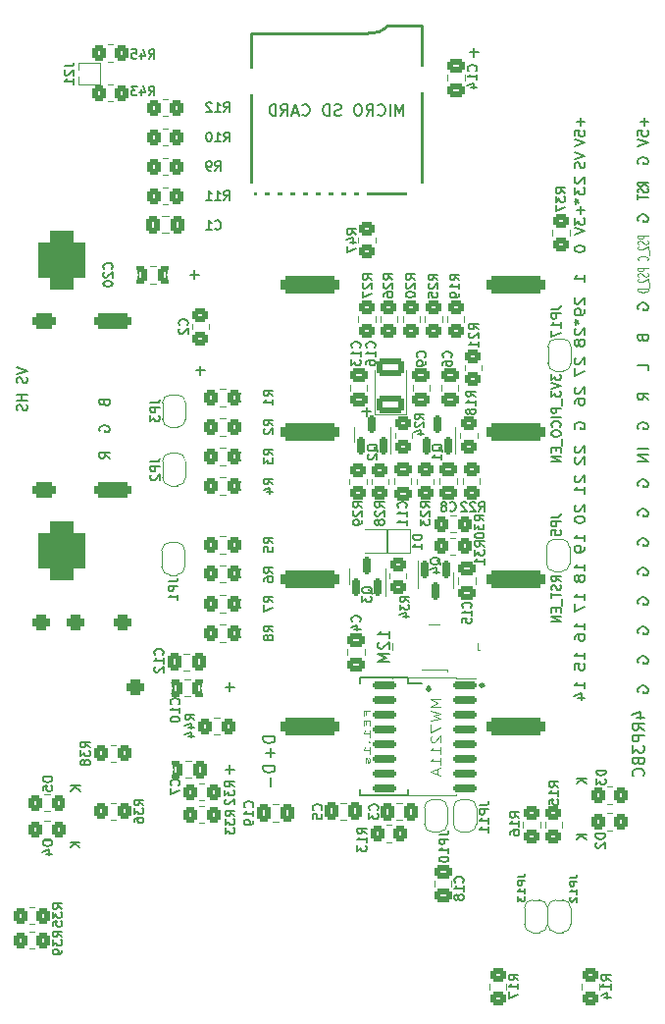
<source format=gbo>
G04 #@! TF.GenerationSoftware,KiCad,Pcbnew,6.0.11-2627ca5db0~126~ubuntu20.04.1*
G04 #@! TF.CreationDate,2024-05-10T15:53:48+05:00*
G04 #@! TF.ProjectId,19RPI24,31395250-4932-4342-9e6b-696361645f70,rev?*
G04 #@! TF.SameCoordinates,Original*
G04 #@! TF.FileFunction,Legend,Bot*
G04 #@! TF.FilePolarity,Positive*
%FSLAX46Y46*%
G04 Gerber Fmt 4.6, Leading zero omitted, Abs format (unit mm)*
G04 Created by KiCad (PCBNEW 6.0.11-2627ca5db0~126~ubuntu20.04.1) date 2024-05-10 15:53:48*
%MOMM*%
%LPD*%
G01*
G04 APERTURE LIST*
G04 Aperture macros list*
%AMRoundRect*
0 Rectangle with rounded corners*
0 $1 Rounding radius*
0 $2 $3 $4 $5 $6 $7 $8 $9 X,Y pos of 4 corners*
0 Add a 4 corners polygon primitive as box body*
4,1,4,$2,$3,$4,$5,$6,$7,$8,$9,$2,$3,0*
0 Add four circle primitives for the rounded corners*
1,1,$1+$1,$2,$3*
1,1,$1+$1,$4,$5*
1,1,$1+$1,$6,$7*
1,1,$1+$1,$8,$9*
0 Add four rect primitives between the rounded corners*
20,1,$1+$1,$2,$3,$4,$5,0*
20,1,$1+$1,$4,$5,$6,$7,0*
20,1,$1+$1,$6,$7,$8,$9,0*
20,1,$1+$1,$8,$9,$2,$3,0*%
%AMFreePoly0*
4,1,31,0.278115,0.855951,0.450000,0.779423,0.602218,0.668830,0.728115,0.529007,0.822191,0.366063,0.880333,0.187121,0.900000,0.000000,0.880333,-0.187121,0.822191,-0.366063,0.728115,-0.529007,0.602218,-0.668830,0.450000,-0.779423,0.278115,-0.855951,0.094076,-0.895070,-0.094076,-0.895070,-0.278115,-0.855951,-0.450000,-0.779423,-0.602218,-0.668830,-0.728115,-0.529007,-0.822191,-0.366063,
-0.880333,-0.187121,-0.900000,0.000000,-0.880333,0.187121,-0.822191,0.366063,-0.728115,0.529007,-0.602218,0.668830,-0.450000,0.779423,-0.278115,0.855951,-0.094076,0.895070,0.094076,0.895070,0.278115,0.855951,0.278115,0.855951,$1*%
%AMFreePoly1*
4,1,22,0.500000,-0.750000,0.000000,-0.750000,0.000000,-0.745033,-0.079941,-0.743568,-0.215256,-0.701293,-0.333266,-0.622738,-0.424486,-0.514219,-0.481581,-0.384460,-0.499164,-0.250000,-0.500000,-0.250000,-0.500000,0.250000,-0.499164,0.250000,-0.499963,0.256109,-0.478152,0.396186,-0.417904,0.524511,-0.324060,0.630769,-0.204165,0.706417,-0.067858,0.745374,0.000000,0.744959,0.000000,0.750000,
0.500000,0.750000,0.500000,-0.750000,0.500000,-0.750000,$1*%
%AMFreePoly2*
4,1,20,0.000000,0.744959,0.073905,0.744508,0.209726,0.703889,0.328688,0.626782,0.421226,0.519385,0.479903,0.390333,0.500000,0.250000,0.500000,-0.250000,0.499851,-0.262216,0.476331,-0.402017,0.414519,-0.529596,0.319384,-0.634700,0.198574,-0.708877,0.061801,-0.746166,0.000000,-0.745033,0.000000,-0.750000,-0.500000,-0.750000,-0.500000,0.750000,0.000000,0.750000,0.000000,0.744959,
0.000000,0.744959,$1*%
G04 Aperture macros list end*
%ADD10C,0.150000*%
%ADD11C,0.125000*%
%ADD12C,0.120000*%
%ADD13C,0.250000*%
%ADD14C,1.000000*%
%ADD15R,1.500000X1.500000*%
%ADD16C,1.500000*%
%ADD17C,3.000000*%
%ADD18R,1.700000X1.700000*%
%ADD19O,1.700000X1.700000*%
%ADD20RoundRect,0.350000X-1.300000X0.350000X-1.300000X-0.350000X1.300000X-0.350000X1.300000X0.350000X0*%
%ADD21RoundRect,0.350000X-0.700000X0.350000X-0.700000X-0.350000X0.700000X-0.350000X0.700000X0.350000X0*%
%ADD22C,1.700000*%
%ADD23O,2.000000X3.500000*%
%ADD24O,4.000000X2.000000*%
%ADD25RoundRect,0.350000X-0.450000X-0.350000X0.450000X-0.350000X0.450000X0.350000X-0.450000X0.350000X0*%
%ADD26C,1.800000*%
%ADD27C,0.650000*%
%ADD28O,1.600000X1.000000*%
%ADD29O,2.100000X1.000000*%
%ADD30O,1.700000X2.000000*%
%ADD31O,1.100000X1.100000*%
%ADD32RoundRect,1.000000X-1.000000X1.500000X-1.000000X-1.500000X1.000000X-1.500000X1.000000X1.500000X0*%
%ADD33R,1.600000X1.600000*%
%ADD34C,1.600000*%
%ADD35O,5.000000X1.600000*%
%ADD36RoundRect,0.400000X-2.100000X-0.400000X2.100000X-0.400000X2.100000X0.400000X-2.100000X0.400000X0*%
%ADD37RoundRect,0.250000X0.450000X-0.350000X0.450000X0.350000X-0.450000X0.350000X-0.450000X-0.350000X0*%
%ADD38RoundRect,0.250000X0.337500X0.475000X-0.337500X0.475000X-0.337500X-0.475000X0.337500X-0.475000X0*%
%ADD39RoundRect,0.250000X-0.350000X-0.450000X0.350000X-0.450000X0.350000X0.450000X-0.350000X0.450000X0*%
%ADD40RoundRect,0.250000X-0.475000X0.337500X-0.475000X-0.337500X0.475000X-0.337500X0.475000X0.337500X0*%
%ADD41RoundRect,0.250000X0.350000X0.450000X-0.350000X0.450000X-0.350000X-0.450000X0.350000X-0.450000X0*%
%ADD42FreePoly0,180.000000*%
%ADD43RoundRect,0.250000X-0.337500X-0.475000X0.337500X-0.475000X0.337500X0.475000X-0.337500X0.475000X0*%
%ADD44FreePoly1,270.000000*%
%ADD45FreePoly2,270.000000*%
%ADD46RoundRect,0.250000X-0.450000X0.350000X-0.450000X-0.350000X0.450000X-0.350000X0.450000X0.350000X0*%
%ADD47FreePoly1,90.000000*%
%ADD48FreePoly2,90.000000*%
%ADD49R,1.200000X0.400000*%
%ADD50R,0.700000X1.600000*%
%ADD51R,1.200000X2.200000*%
%ADD52R,1.200000X1.400000*%
%ADD53R,1.600000X1.400000*%
%ADD54FreePoly0,270.000000*%
%ADD55RoundRect,0.150000X0.150000X-0.587500X0.150000X0.587500X-0.150000X0.587500X-0.150000X-0.587500X0*%
%ADD56RoundRect,0.150000X-0.150000X0.587500X-0.150000X-0.587500X0.150000X-0.587500X0.150000X0.587500X0*%
%ADD57RoundRect,0.250000X0.475000X-0.337500X0.475000X0.337500X-0.475000X0.337500X-0.475000X-0.337500X0*%
%ADD58R,3.048000X1.392000*%
%ADD59R,2.921000X1.392000*%
%ADD60R,1.600000X1.200000*%
%ADD61RoundRect,0.150000X0.837500X0.150000X-0.837500X0.150000X-0.837500X-0.150000X0.837500X-0.150000X0*%
%ADD62RoundRect,0.250001X0.924999X-0.499999X0.924999X0.499999X-0.924999X0.499999X-0.924999X-0.499999X0*%
G04 APERTURE END LIST*
D10*
X58719102Y-71714682D02*
X58720000Y-73658621D01*
X58872380Y-81026095D02*
X58872380Y-80454666D01*
X58872380Y-80740380D02*
X57872380Y-80740380D01*
X58015238Y-80645142D01*
X58110476Y-80549904D01*
X58158095Y-80454666D01*
X57967619Y-81407047D02*
X57920000Y-81454666D01*
X57872380Y-81549904D01*
X57872380Y-81788000D01*
X57920000Y-81883238D01*
X57967619Y-81930857D01*
X58062857Y-81978476D01*
X58158095Y-81978476D01*
X58300952Y-81930857D01*
X58872380Y-81359428D01*
X58872380Y-81978476D01*
X58872380Y-82407047D02*
X57872380Y-82407047D01*
X58586666Y-82740380D01*
X57872380Y-83073714D01*
X58872380Y-83073714D01*
X66845268Y-84923391D02*
X66654791Y-85113867D01*
X66845268Y-85304343D01*
X67035744Y-85113867D01*
X66845268Y-84923391D01*
X66845268Y-85304343D01*
X80322000Y-70492904D02*
X80279142Y-70397666D01*
X80279142Y-70254809D01*
X80322000Y-70111952D01*
X80407714Y-70016714D01*
X80493428Y-69969095D01*
X80664857Y-69921476D01*
X80793428Y-69921476D01*
X80964857Y-69969095D01*
X81050571Y-70016714D01*
X81136285Y-70111952D01*
X81179142Y-70254809D01*
X81179142Y-70350047D01*
X81136285Y-70492904D01*
X81093428Y-70540523D01*
X80793428Y-70540523D01*
X80793428Y-70350047D01*
X75718142Y-82867523D02*
X75718142Y-82296095D01*
X75718142Y-82581809D02*
X74818142Y-82581809D01*
X74946714Y-82486571D01*
X75032428Y-82391333D01*
X75075285Y-82296095D01*
X74818142Y-83772285D02*
X74818142Y-83296095D01*
X75246714Y-83248476D01*
X75203857Y-83296095D01*
X75161000Y-83391333D01*
X75161000Y-83629428D01*
X75203857Y-83724666D01*
X75246714Y-83772285D01*
X75332428Y-83819904D01*
X75546714Y-83819904D01*
X75632428Y-83772285D01*
X75675285Y-83724666D01*
X75718142Y-83629428D01*
X75718142Y-83391333D01*
X75675285Y-83296095D01*
X75632428Y-83248476D01*
X74903857Y-56896095D02*
X74861000Y-56943714D01*
X74818142Y-57038952D01*
X74818142Y-57277047D01*
X74861000Y-57372285D01*
X74903857Y-57419904D01*
X74989571Y-57467523D01*
X75075285Y-57467523D01*
X75203857Y-57419904D01*
X75718142Y-56848476D01*
X75718142Y-57467523D01*
X74818142Y-57800857D02*
X74818142Y-58467523D01*
X75718142Y-58038952D01*
D11*
X63226904Y-86296904D02*
X62426904Y-86296904D01*
X62998333Y-86630238D01*
X62426904Y-86963571D01*
X63226904Y-86963571D01*
X62426904Y-87344523D02*
X63226904Y-87582619D01*
X62655476Y-87773095D01*
X63226904Y-87963571D01*
X62426904Y-88201666D01*
X62426904Y-88487380D02*
X62426904Y-89154047D01*
X63226904Y-88725476D01*
X62503095Y-89487380D02*
X62465000Y-89535000D01*
X62426904Y-89630238D01*
X62426904Y-89868333D01*
X62465000Y-89963571D01*
X62503095Y-90011190D01*
X62579285Y-90058809D01*
X62655476Y-90058809D01*
X62769761Y-90011190D01*
X63226904Y-89439761D01*
X63226904Y-90058809D01*
X63226904Y-91011190D02*
X63226904Y-90439761D01*
X63226904Y-90725476D02*
X62426904Y-90725476D01*
X62541190Y-90630238D01*
X62617380Y-90535000D01*
X62655476Y-90439761D01*
X63226904Y-91963571D02*
X63226904Y-91392142D01*
X63226904Y-91677857D02*
X62426904Y-91677857D01*
X62541190Y-91582619D01*
X62617380Y-91487380D01*
X62655476Y-91392142D01*
X62998333Y-92344523D02*
X62998333Y-92820714D01*
X63226904Y-92249285D02*
X62426904Y-92582619D01*
X63226904Y-92915952D01*
D10*
X75718142Y-75247523D02*
X75718142Y-74676095D01*
X75718142Y-74961809D02*
X74818142Y-74961809D01*
X74946714Y-74866571D01*
X75032428Y-74771333D01*
X75075285Y-74676095D01*
X75203857Y-75818952D02*
X75161000Y-75723714D01*
X75118142Y-75676095D01*
X75032428Y-75628476D01*
X74989571Y-75628476D01*
X74903857Y-75676095D01*
X74861000Y-75723714D01*
X74818142Y-75818952D01*
X74818142Y-76009428D01*
X74861000Y-76104666D01*
X74903857Y-76152285D01*
X74989571Y-76199904D01*
X75032428Y-76199904D01*
X75118142Y-76152285D01*
X75161000Y-76104666D01*
X75203857Y-76009428D01*
X75203857Y-75818952D01*
X75246714Y-75723714D01*
X75289571Y-75676095D01*
X75375285Y-75628476D01*
X75546714Y-75628476D01*
X75632428Y-75676095D01*
X75675285Y-75723714D01*
X75718142Y-75818952D01*
X75718142Y-76009428D01*
X75675285Y-76104666D01*
X75632428Y-76152285D01*
X75546714Y-76199904D01*
X75375285Y-76199904D01*
X75289571Y-76152285D01*
X75246714Y-76104666D01*
X75203857Y-76009428D01*
X75718142Y-85407523D02*
X75718142Y-84836095D01*
X75718142Y-85121809D02*
X74818142Y-85121809D01*
X74946714Y-85026571D01*
X75032428Y-84931333D01*
X75075285Y-84836095D01*
X75118142Y-86264666D02*
X75718142Y-86264666D01*
X74775285Y-86026571D02*
X75418142Y-85788476D01*
X75418142Y-86407523D01*
D11*
X56860285Y-87630238D02*
X56860285Y-87296904D01*
X57122190Y-87296904D02*
X56622190Y-87296904D01*
X56622190Y-87773095D01*
X56860285Y-88154047D02*
X56860285Y-88487380D01*
X57122190Y-88630238D02*
X57122190Y-88154047D01*
X56622190Y-88154047D01*
X56622190Y-88630238D01*
X57122190Y-89582619D02*
X57122190Y-89011190D01*
X57122190Y-89296904D02*
X56622190Y-89296904D01*
X56693619Y-89201666D01*
X56741238Y-89106428D01*
X56765047Y-89011190D01*
X57074571Y-90011190D02*
X57098380Y-90058809D01*
X57122190Y-90011190D01*
X57098380Y-89963571D01*
X57074571Y-90011190D01*
X57122190Y-90011190D01*
X57122190Y-91011190D02*
X57122190Y-90439761D01*
X57122190Y-90725476D02*
X56622190Y-90725476D01*
X56693619Y-90630238D01*
X56741238Y-90535000D01*
X56765047Y-90439761D01*
X57098380Y-91392142D02*
X57122190Y-91487380D01*
X57122190Y-91677857D01*
X57098380Y-91773095D01*
X57050761Y-91820714D01*
X57026952Y-91820714D01*
X56979333Y-91773095D01*
X56955523Y-91677857D01*
X56955523Y-91535000D01*
X56931714Y-91439761D01*
X56884095Y-91392142D01*
X56860285Y-91392142D01*
X56812666Y-91439761D01*
X56788857Y-91535000D01*
X56788857Y-91677857D01*
X56812666Y-91773095D01*
D10*
X75833211Y-97978852D02*
X75033211Y-97978852D01*
X75833211Y-98435995D02*
X75376068Y-98093137D01*
X75033211Y-98435995D02*
X75490354Y-97978852D01*
X74903857Y-51689142D02*
X74861000Y-51736761D01*
X74818142Y-51832000D01*
X74818142Y-52070095D01*
X74861000Y-52165333D01*
X74903857Y-52212952D01*
X74989571Y-52260571D01*
X75075285Y-52260571D01*
X75203857Y-52212952D01*
X75718142Y-51641523D01*
X75718142Y-52260571D01*
X75718142Y-52736761D02*
X75718142Y-52927238D01*
X75675285Y-53022476D01*
X75632428Y-53070095D01*
X75503857Y-53165333D01*
X75332428Y-53212952D01*
X74989571Y-53212952D01*
X74903857Y-53165333D01*
X74861000Y-53117714D01*
X74818142Y-53022476D01*
X74818142Y-52832000D01*
X74861000Y-52736761D01*
X74903857Y-52689142D01*
X74989571Y-52641523D01*
X75203857Y-52641523D01*
X75289571Y-52689142D01*
X75332428Y-52736761D01*
X75375285Y-52832000D01*
X75375285Y-53022476D01*
X75332428Y-53117714D01*
X75289571Y-53165333D01*
X75203857Y-53212952D01*
X74818142Y-53784380D02*
X75032428Y-53784380D01*
X74946714Y-53546285D02*
X75032428Y-53784380D01*
X74946714Y-54022476D01*
X75203857Y-53641523D02*
X75032428Y-53784380D01*
X75203857Y-53927238D01*
X74903857Y-41275142D02*
X74861000Y-41322761D01*
X74818142Y-41418000D01*
X74818142Y-41656095D01*
X74861000Y-41751333D01*
X74903857Y-41798952D01*
X74989571Y-41846571D01*
X75075285Y-41846571D01*
X75203857Y-41798952D01*
X75718142Y-41227523D01*
X75718142Y-41846571D01*
X74818142Y-42179904D02*
X74818142Y-42798952D01*
X75161000Y-42465619D01*
X75161000Y-42608476D01*
X75203857Y-42703714D01*
X75246714Y-42751333D01*
X75332428Y-42798952D01*
X75546714Y-42798952D01*
X75632428Y-42751333D01*
X75675285Y-42703714D01*
X75718142Y-42608476D01*
X75718142Y-42322761D01*
X75675285Y-42227523D01*
X75632428Y-42179904D01*
X74818142Y-43370380D02*
X75032428Y-43370380D01*
X74946714Y-43132285D02*
X75032428Y-43370380D01*
X74946714Y-43608476D01*
X75203857Y-43227523D02*
X75032428Y-43370380D01*
X75203857Y-43513238D01*
X32138346Y-98662944D02*
X31338346Y-98662944D01*
X32138346Y-99120087D02*
X31681203Y-98777229D01*
X31338346Y-99120087D02*
X31795489Y-98662944D01*
X34892778Y-49194235D02*
X34930873Y-49156140D01*
X34968968Y-49041854D01*
X34968968Y-48965663D01*
X34930873Y-48851378D01*
X34854683Y-48775187D01*
X34778492Y-48737092D01*
X34626111Y-48698997D01*
X34511825Y-48698997D01*
X34359444Y-48737092D01*
X34283254Y-48775187D01*
X34207064Y-48851378D01*
X34168968Y-48965663D01*
X34168968Y-49041854D01*
X34207064Y-49156140D01*
X34245159Y-49194235D01*
X34245159Y-49498997D02*
X34207064Y-49537092D01*
X34168968Y-49613282D01*
X34168968Y-49803759D01*
X34207064Y-49879949D01*
X34245159Y-49918044D01*
X34321349Y-49956140D01*
X34397540Y-49956140D01*
X34511825Y-49918044D01*
X34968968Y-49460901D01*
X34968968Y-49956140D01*
X34168968Y-50451378D02*
X34168968Y-50527568D01*
X34207064Y-50603759D01*
X34245159Y-50641854D01*
X34321349Y-50679949D01*
X34473730Y-50718044D01*
X34664206Y-50718044D01*
X34816587Y-50679949D01*
X34892778Y-50641854D01*
X34930873Y-50603759D01*
X34968968Y-50527568D01*
X34968968Y-50451378D01*
X34930873Y-50375187D01*
X34892778Y-50337092D01*
X34816587Y-50298997D01*
X34664206Y-50260901D01*
X34473730Y-50260901D01*
X34321349Y-50298997D01*
X34245159Y-50337092D01*
X34207064Y-50375187D01*
X34168968Y-50451378D01*
X74861000Y-62999904D02*
X74818142Y-62904666D01*
X74818142Y-62761809D01*
X74861000Y-62618952D01*
X74946714Y-62523714D01*
X75032428Y-62476095D01*
X75203857Y-62428476D01*
X75332428Y-62428476D01*
X75503857Y-62476095D01*
X75589571Y-62523714D01*
X75675285Y-62618952D01*
X75718142Y-62761809D01*
X75718142Y-62857047D01*
X75675285Y-62999904D01*
X75632428Y-63047523D01*
X75332428Y-63047523D01*
X75332428Y-62857047D01*
D11*
X81179142Y-49117380D02*
X80279142Y-49117380D01*
X80279142Y-49307857D01*
X80322000Y-49355476D01*
X80364857Y-49379285D01*
X80450571Y-49403095D01*
X80579142Y-49403095D01*
X80664857Y-49379285D01*
X80707714Y-49355476D01*
X80750571Y-49307857D01*
X80750571Y-49117380D01*
X81136285Y-49593571D02*
X81179142Y-49665000D01*
X81179142Y-49784047D01*
X81136285Y-49831666D01*
X81093428Y-49855476D01*
X81007714Y-49879285D01*
X80922000Y-49879285D01*
X80836285Y-49855476D01*
X80793428Y-49831666D01*
X80750571Y-49784047D01*
X80707714Y-49688809D01*
X80664857Y-49641190D01*
X80622000Y-49617380D01*
X80536285Y-49593571D01*
X80450571Y-49593571D01*
X80364857Y-49617380D01*
X80322000Y-49641190D01*
X80279142Y-49688809D01*
X80279142Y-49807857D01*
X80322000Y-49879285D01*
X80364857Y-50069761D02*
X80322000Y-50093571D01*
X80279142Y-50141190D01*
X80279142Y-50260238D01*
X80322000Y-50307857D01*
X80364857Y-50331666D01*
X80450571Y-50355476D01*
X80536285Y-50355476D01*
X80664857Y-50331666D01*
X81179142Y-50045952D01*
X81179142Y-50355476D01*
X81264857Y-50450714D02*
X81264857Y-50831666D01*
X81179142Y-50950714D02*
X80279142Y-50950714D01*
X80279142Y-51069761D01*
X80322000Y-51141190D01*
X80407714Y-51188809D01*
X80493428Y-51212619D01*
X80664857Y-51236428D01*
X80793428Y-51236428D01*
X80964857Y-51212619D01*
X81050571Y-51188809D01*
X81136285Y-51141190D01*
X81179142Y-51069761D01*
X81179142Y-50950714D01*
D10*
X81179142Y-57967523D02*
X81179142Y-57491333D01*
X80279142Y-57491333D01*
X81179142Y-60507523D02*
X80750571Y-60174190D01*
X81179142Y-59936095D02*
X80279142Y-59936095D01*
X80279142Y-60317047D01*
X80322000Y-60412285D01*
X80364857Y-60459904D01*
X80450571Y-60507523D01*
X80579142Y-60507523D01*
X80664857Y-60459904D01*
X80707714Y-60412285D01*
X80750571Y-60317047D01*
X80750571Y-59936095D01*
X75718142Y-50323714D02*
X75718142Y-49752285D01*
X75718142Y-50038000D02*
X74818142Y-50038000D01*
X74946714Y-49942761D01*
X75032428Y-49847523D01*
X75075285Y-49752285D01*
X75863042Y-93135476D02*
X75063042Y-93135476D01*
X75863042Y-93592619D02*
X75405899Y-93249761D01*
X75063042Y-93592619D02*
X75520185Y-93135476D01*
X27585142Y-60020285D02*
X26685142Y-60020285D01*
X27113714Y-60020285D02*
X27113714Y-60534571D01*
X27585142Y-60534571D02*
X26685142Y-60534571D01*
X27542285Y-60920285D02*
X27585142Y-61048857D01*
X27585142Y-61263142D01*
X27542285Y-61348857D01*
X27499428Y-61391714D01*
X27413714Y-61434571D01*
X27328000Y-61434571D01*
X27242285Y-61391714D01*
X27199428Y-61348857D01*
X27156571Y-61263142D01*
X27113714Y-61091714D01*
X27070857Y-61006000D01*
X27028000Y-60963142D01*
X26942285Y-60920285D01*
X26856571Y-60920285D01*
X26770857Y-60963142D01*
X26728000Y-61006000D01*
X26685142Y-61091714D01*
X26685142Y-61306000D01*
X26728000Y-61434571D01*
X80322000Y-45092904D02*
X80279142Y-44997666D01*
X80279142Y-44854809D01*
X80322000Y-44711952D01*
X80407714Y-44616714D01*
X80493428Y-44569095D01*
X80664857Y-44521476D01*
X80793428Y-44521476D01*
X80964857Y-44569095D01*
X81050571Y-44616714D01*
X81136285Y-44711952D01*
X81179142Y-44854809D01*
X81179142Y-44950047D01*
X81136285Y-45092904D01*
X81093428Y-45140523D01*
X80793428Y-45140523D01*
X80793428Y-44950047D01*
X75718142Y-80327523D02*
X75718142Y-79756095D01*
X75718142Y-80041809D02*
X74818142Y-80041809D01*
X74946714Y-79946571D01*
X75032428Y-79851333D01*
X75075285Y-79756095D01*
X74818142Y-81184666D02*
X74818142Y-80994190D01*
X74861000Y-80898952D01*
X74903857Y-80851333D01*
X75032428Y-80756095D01*
X75203857Y-80708476D01*
X75546714Y-80708476D01*
X75632428Y-80756095D01*
X75675285Y-80803714D01*
X75718142Y-80898952D01*
X75718142Y-81089428D01*
X75675285Y-81184666D01*
X75632428Y-81232285D01*
X75546714Y-81279904D01*
X75332428Y-81279904D01*
X75246714Y-81232285D01*
X75203857Y-81184666D01*
X75161000Y-81089428D01*
X75161000Y-80898952D01*
X75203857Y-80803714D01*
X75246714Y-80756095D01*
X75332428Y-80708476D01*
X75375285Y-43800857D02*
X75375285Y-44486571D01*
X75718142Y-44143714D02*
X75032428Y-44143714D01*
X74818142Y-44829428D02*
X74818142Y-45386571D01*
X75161000Y-45086571D01*
X75161000Y-45215142D01*
X75203857Y-45300857D01*
X75246714Y-45343714D01*
X75332428Y-45386571D01*
X75546714Y-45386571D01*
X75632428Y-45343714D01*
X75675285Y-45300857D01*
X75718142Y-45215142D01*
X75718142Y-44958000D01*
X75675285Y-44872285D01*
X75632428Y-44829428D01*
X74818142Y-45643714D02*
X75718142Y-45943714D01*
X74818142Y-46243714D01*
X80322000Y-83192904D02*
X80279142Y-83097666D01*
X80279142Y-82954809D01*
X80322000Y-82811952D01*
X80407714Y-82716714D01*
X80493428Y-82669095D01*
X80664857Y-82621476D01*
X80793428Y-82621476D01*
X80964857Y-82669095D01*
X81050571Y-82716714D01*
X81136285Y-82811952D01*
X81179142Y-82954809D01*
X81179142Y-83050047D01*
X81136285Y-83192904D01*
X81093428Y-83240523D01*
X80793428Y-83240523D01*
X80793428Y-83050047D01*
X42925952Y-57983428D02*
X42164047Y-57983428D01*
X42545000Y-58364380D02*
X42545000Y-57602476D01*
X80707714Y-55189428D02*
X80750571Y-55332285D01*
X80793428Y-55379904D01*
X80879142Y-55427523D01*
X81007714Y-55427523D01*
X81093428Y-55379904D01*
X81136285Y-55332285D01*
X81179142Y-55237047D01*
X81179142Y-54856095D01*
X80279142Y-54856095D01*
X80279142Y-55189428D01*
X80322000Y-55284666D01*
X80364857Y-55332285D01*
X80450571Y-55379904D01*
X80536285Y-55379904D01*
X80622000Y-55332285D01*
X80664857Y-55284666D01*
X80707714Y-55189428D01*
X80707714Y-54856095D01*
X80322000Y-80652904D02*
X80279142Y-80557666D01*
X80279142Y-80414809D01*
X80322000Y-80271952D01*
X80407714Y-80176714D01*
X80493428Y-80129095D01*
X80664857Y-80081476D01*
X80793428Y-80081476D01*
X80964857Y-80129095D01*
X81050571Y-80176714D01*
X81136285Y-80271952D01*
X81179142Y-80414809D01*
X81179142Y-80510047D01*
X81136285Y-80652904D01*
X81093428Y-80700523D01*
X80793428Y-80700523D01*
X80793428Y-80510047D01*
X48966380Y-89543047D02*
X47966380Y-89543047D01*
X47966380Y-89781142D01*
X48014000Y-89924000D01*
X48109238Y-90019238D01*
X48204476Y-90066857D01*
X48394952Y-90114476D01*
X48537809Y-90114476D01*
X48728285Y-90066857D01*
X48823523Y-90019238D01*
X48918761Y-89924000D01*
X48966380Y-89781142D01*
X48966380Y-89543047D01*
X48585428Y-90543047D02*
X48585428Y-91304952D01*
X48966380Y-90924000D02*
X48204476Y-90924000D01*
X72840904Y-58312523D02*
X72840904Y-58807761D01*
X73145666Y-58541095D01*
X73145666Y-58655380D01*
X73183761Y-58731571D01*
X73221857Y-58769666D01*
X73298047Y-58807761D01*
X73488523Y-58807761D01*
X73564714Y-58769666D01*
X73602809Y-58731571D01*
X73640904Y-58655380D01*
X73640904Y-58426809D01*
X73602809Y-58350619D01*
X73564714Y-58312523D01*
X72840904Y-59036333D02*
X73640904Y-59303000D01*
X72840904Y-59569666D01*
X72840904Y-59760142D02*
X72840904Y-60255380D01*
X73145666Y-59988714D01*
X73145666Y-60103000D01*
X73183761Y-60179190D01*
X73221857Y-60217285D01*
X73298047Y-60255380D01*
X73488523Y-60255380D01*
X73564714Y-60217285D01*
X73602809Y-60179190D01*
X73640904Y-60103000D01*
X73640904Y-59874428D01*
X73602809Y-59798238D01*
X73564714Y-59760142D01*
X73717095Y-60407761D02*
X73717095Y-61017285D01*
X73640904Y-61207761D02*
X72840904Y-61207761D01*
X72840904Y-61512523D01*
X72879000Y-61588714D01*
X72917095Y-61626809D01*
X72993285Y-61664904D01*
X73107571Y-61664904D01*
X73183761Y-61626809D01*
X73221857Y-61588714D01*
X73259952Y-61512523D01*
X73259952Y-61207761D01*
X73640904Y-62007761D02*
X72840904Y-62007761D01*
X73564714Y-62845857D02*
X73602809Y-62807761D01*
X73640904Y-62693476D01*
X73640904Y-62617285D01*
X73602809Y-62503000D01*
X73526619Y-62426809D01*
X73450428Y-62388714D01*
X73298047Y-62350619D01*
X73183761Y-62350619D01*
X73031380Y-62388714D01*
X72955190Y-62426809D01*
X72879000Y-62503000D01*
X72840904Y-62617285D01*
X72840904Y-62693476D01*
X72879000Y-62807761D01*
X72917095Y-62845857D01*
X72840904Y-63341095D02*
X72840904Y-63493476D01*
X72879000Y-63569666D01*
X72955190Y-63645857D01*
X73107571Y-63683952D01*
X73374238Y-63683952D01*
X73526619Y-63645857D01*
X73602809Y-63569666D01*
X73640904Y-63493476D01*
X73640904Y-63341095D01*
X73602809Y-63264904D01*
X73526619Y-63188714D01*
X73374238Y-63150619D01*
X73107571Y-63150619D01*
X72955190Y-63188714D01*
X72879000Y-63264904D01*
X72840904Y-63341095D01*
X73717095Y-63836333D02*
X73717095Y-64445857D01*
X73221857Y-64636333D02*
X73221857Y-64903000D01*
X73640904Y-65017285D02*
X73640904Y-64636333D01*
X72840904Y-64636333D01*
X72840904Y-65017285D01*
X73640904Y-65360142D02*
X72840904Y-65360142D01*
X73640904Y-65817285D01*
X72840904Y-65817285D01*
X75375285Y-36180857D02*
X75375285Y-36866571D01*
X75718142Y-36523714D02*
X75032428Y-36523714D01*
X74818142Y-37723714D02*
X74818142Y-37295142D01*
X75246714Y-37252285D01*
X75203857Y-37295142D01*
X75161000Y-37380857D01*
X75161000Y-37595142D01*
X75203857Y-37680857D01*
X75246714Y-37723714D01*
X75332428Y-37766571D01*
X75546714Y-37766571D01*
X75632428Y-37723714D01*
X75675285Y-37680857D01*
X75718142Y-37595142D01*
X75718142Y-37380857D01*
X75675285Y-37295142D01*
X75632428Y-37252285D01*
X74818142Y-38023714D02*
X75718142Y-38323714D01*
X74818142Y-38623714D01*
X32168177Y-93770476D02*
X31368177Y-93770476D01*
X32168177Y-94227619D02*
X31711034Y-93884761D01*
X31368177Y-94227619D02*
X31825320Y-93770476D01*
X34225714Y-60770285D02*
X34268571Y-60898857D01*
X34311428Y-60941714D01*
X34397142Y-60984571D01*
X34525714Y-60984571D01*
X34611428Y-60941714D01*
X34654285Y-60898857D01*
X34697142Y-60813142D01*
X34697142Y-60470285D01*
X33797142Y-60470285D01*
X33797142Y-60770285D01*
X33840000Y-60856000D01*
X33882857Y-60898857D01*
X33968571Y-60941714D01*
X34054285Y-60941714D01*
X34140000Y-60898857D01*
X34182857Y-60856000D01*
X34225714Y-60770285D01*
X34225714Y-60470285D01*
X48966380Y-92083047D02*
X47966380Y-92083047D01*
X47966380Y-92321142D01*
X48014000Y-92464000D01*
X48109238Y-92559238D01*
X48204476Y-92606857D01*
X48394952Y-92654476D01*
X48537809Y-92654476D01*
X48728285Y-92606857D01*
X48823523Y-92559238D01*
X48918761Y-92464000D01*
X48966380Y-92321142D01*
X48966380Y-92083047D01*
X48585428Y-93083047D02*
X48585428Y-93844952D01*
X26685142Y-57691428D02*
X27585142Y-57991428D01*
X26685142Y-58291428D01*
X27542285Y-58548571D02*
X27585142Y-58677142D01*
X27585142Y-58891428D01*
X27542285Y-58977142D01*
X27499428Y-59020000D01*
X27413714Y-59062857D01*
X27328000Y-59062857D01*
X27242285Y-59020000D01*
X27199428Y-58977142D01*
X27156571Y-58891428D01*
X27113714Y-58720000D01*
X27070857Y-58634285D01*
X27028000Y-58591428D01*
X26942285Y-58548571D01*
X26856571Y-58548571D01*
X26770857Y-58591428D01*
X26728000Y-58634285D01*
X26685142Y-58720000D01*
X26685142Y-58934285D01*
X26728000Y-59062857D01*
X74818142Y-39149428D02*
X75718142Y-39449428D01*
X74818142Y-39749428D01*
X75675285Y-40006571D02*
X75718142Y-40135142D01*
X75718142Y-40349428D01*
X75675285Y-40435142D01*
X75632428Y-40478000D01*
X75546714Y-40520857D01*
X75461000Y-40520857D01*
X75375285Y-40478000D01*
X75332428Y-40435142D01*
X75289571Y-40349428D01*
X75246714Y-40178000D01*
X75203857Y-40092285D01*
X75161000Y-40049428D01*
X75075285Y-40006571D01*
X74989571Y-40006571D01*
X74903857Y-40049428D01*
X74861000Y-40092285D01*
X74818142Y-40178000D01*
X74818142Y-40392285D01*
X74861000Y-40520857D01*
X81179142Y-64754190D02*
X80279142Y-64754190D01*
X81179142Y-65230380D02*
X80279142Y-65230380D01*
X81179142Y-65801809D01*
X80279142Y-65801809D01*
X74903857Y-54356095D02*
X74861000Y-54403714D01*
X74818142Y-54498952D01*
X74818142Y-54737047D01*
X74861000Y-54832285D01*
X74903857Y-54879904D01*
X74989571Y-54927523D01*
X75075285Y-54927523D01*
X75203857Y-54879904D01*
X75718142Y-54308476D01*
X75718142Y-54927523D01*
X75203857Y-55498952D02*
X75161000Y-55403714D01*
X75118142Y-55356095D01*
X75032428Y-55308476D01*
X74989571Y-55308476D01*
X74903857Y-55356095D01*
X74861000Y-55403714D01*
X74818142Y-55498952D01*
X74818142Y-55689428D01*
X74861000Y-55784666D01*
X74903857Y-55832285D01*
X74989571Y-55879904D01*
X75032428Y-55879904D01*
X75118142Y-55832285D01*
X75161000Y-55784666D01*
X75203857Y-55689428D01*
X75203857Y-55498952D01*
X75246714Y-55403714D01*
X75289571Y-55356095D01*
X75375285Y-55308476D01*
X75546714Y-55308476D01*
X75632428Y-55356095D01*
X75675285Y-55403714D01*
X75718142Y-55498952D01*
X75718142Y-55689428D01*
X75675285Y-55784666D01*
X75632428Y-55832285D01*
X75546714Y-55879904D01*
X75375285Y-55879904D01*
X75289571Y-55832285D01*
X75246714Y-55784666D01*
X75203857Y-55689428D01*
X74903857Y-64516095D02*
X74861000Y-64563714D01*
X74818142Y-64658952D01*
X74818142Y-64897047D01*
X74861000Y-64992285D01*
X74903857Y-65039904D01*
X74989571Y-65087523D01*
X75075285Y-65087523D01*
X75203857Y-65039904D01*
X75718142Y-64468476D01*
X75718142Y-65087523D01*
X74903857Y-65468476D02*
X74861000Y-65516095D01*
X74818142Y-65611333D01*
X74818142Y-65849428D01*
X74861000Y-65944666D01*
X74903857Y-65992285D01*
X74989571Y-66039904D01*
X75075285Y-66039904D01*
X75203857Y-65992285D01*
X75718142Y-65420857D01*
X75718142Y-66039904D01*
X57276952Y-61539428D02*
X56515047Y-61539428D01*
X56896000Y-61920380D02*
X56896000Y-61158476D01*
X80836285Y-36180857D02*
X80836285Y-36866571D01*
X81179142Y-36523714D02*
X80493428Y-36523714D01*
X80279142Y-37723714D02*
X80279142Y-37295142D01*
X80707714Y-37252285D01*
X80664857Y-37295142D01*
X80622000Y-37380857D01*
X80622000Y-37595142D01*
X80664857Y-37680857D01*
X80707714Y-37723714D01*
X80793428Y-37766571D01*
X81007714Y-37766571D01*
X81093428Y-37723714D01*
X81136285Y-37680857D01*
X81179142Y-37595142D01*
X81179142Y-37380857D01*
X81136285Y-37295142D01*
X81093428Y-37252285D01*
X80279142Y-38023714D02*
X81179142Y-38323714D01*
X80279142Y-38623714D01*
X80322000Y-85732904D02*
X80279142Y-85637666D01*
X80279142Y-85494809D01*
X80322000Y-85351952D01*
X80407714Y-85256714D01*
X80493428Y-85209095D01*
X80664857Y-85161476D01*
X80793428Y-85161476D01*
X80964857Y-85209095D01*
X81050571Y-85256714D01*
X81136285Y-85351952D01*
X81179142Y-85494809D01*
X81179142Y-85590047D01*
X81136285Y-85732904D01*
X81093428Y-85780523D01*
X80793428Y-85780523D01*
X80793428Y-85590047D01*
X80322000Y-52712904D02*
X80279142Y-52617666D01*
X80279142Y-52474809D01*
X80322000Y-52331952D01*
X80407714Y-52236714D01*
X80493428Y-52189095D01*
X80664857Y-52141476D01*
X80793428Y-52141476D01*
X80964857Y-52189095D01*
X81050571Y-52236714D01*
X81136285Y-52331952D01*
X81179142Y-52474809D01*
X81179142Y-52570047D01*
X81136285Y-52712904D01*
X81093428Y-52760523D01*
X80793428Y-52760523D01*
X80793428Y-52570047D01*
X74903857Y-67056095D02*
X74861000Y-67103714D01*
X74818142Y-67198952D01*
X74818142Y-67437047D01*
X74861000Y-67532285D01*
X74903857Y-67579904D01*
X74989571Y-67627523D01*
X75075285Y-67627523D01*
X75203857Y-67579904D01*
X75718142Y-67008476D01*
X75718142Y-67627523D01*
X75718142Y-68579904D02*
X75718142Y-68008476D01*
X75718142Y-68294190D02*
X74818142Y-68294190D01*
X74946714Y-68198952D01*
X75032428Y-68103714D01*
X75075285Y-68008476D01*
X62230000Y-85248571D02*
X62039523Y-85439047D01*
X62230000Y-85629523D01*
X62420476Y-85439047D01*
X62230000Y-85248571D01*
X62230000Y-85629523D01*
X42417952Y-49728428D02*
X41656047Y-49728428D01*
X42037000Y-50109380D02*
X42037000Y-49347476D01*
X75718142Y-72707523D02*
X75718142Y-72136095D01*
X75718142Y-72421809D02*
X74818142Y-72421809D01*
X74946714Y-72326571D01*
X75032428Y-72231333D01*
X75075285Y-72136095D01*
X75718142Y-73183714D02*
X75718142Y-73374190D01*
X75675285Y-73469428D01*
X75632428Y-73517047D01*
X75503857Y-73612285D01*
X75332428Y-73659904D01*
X74989571Y-73659904D01*
X74903857Y-73612285D01*
X74861000Y-73564666D01*
X74818142Y-73469428D01*
X74818142Y-73278952D01*
X74861000Y-73183714D01*
X74903857Y-73136095D01*
X74989571Y-73088476D01*
X75203857Y-73088476D01*
X75289571Y-73136095D01*
X75332428Y-73183714D01*
X75375285Y-73278952D01*
X75375285Y-73469428D01*
X75332428Y-73564666D01*
X75289571Y-73612285D01*
X75203857Y-73659904D01*
X81179142Y-42089428D02*
X80750571Y-41889428D01*
X81179142Y-41746571D02*
X80279142Y-41746571D01*
X80279142Y-41975142D01*
X80322000Y-42032285D01*
X80364857Y-42060857D01*
X80450571Y-42089428D01*
X80579142Y-42089428D01*
X80664857Y-42060857D01*
X80707714Y-42032285D01*
X80750571Y-41975142D01*
X80750571Y-41746571D01*
X81136285Y-42318000D02*
X81179142Y-42403714D01*
X81179142Y-42546571D01*
X81136285Y-42603714D01*
X81093428Y-42632285D01*
X81007714Y-42660857D01*
X80922000Y-42660857D01*
X80836285Y-42632285D01*
X80793428Y-42603714D01*
X80750571Y-42546571D01*
X80707714Y-42432285D01*
X80664857Y-42375142D01*
X80622000Y-42346571D01*
X80536285Y-42318000D01*
X80450571Y-42318000D01*
X80364857Y-42346571D01*
X80322000Y-42375142D01*
X80279142Y-42432285D01*
X80279142Y-42575142D01*
X80322000Y-42660857D01*
X80279142Y-42832285D02*
X80279142Y-43175142D01*
X81179142Y-43003714D02*
X80279142Y-43003714D01*
D11*
X81179142Y-46323380D02*
X80279142Y-46323380D01*
X80279142Y-46513857D01*
X80322000Y-46561476D01*
X80364857Y-46585285D01*
X80450571Y-46609095D01*
X80579142Y-46609095D01*
X80664857Y-46585285D01*
X80707714Y-46561476D01*
X80750571Y-46513857D01*
X80750571Y-46323380D01*
X81136285Y-46799571D02*
X81179142Y-46871000D01*
X81179142Y-46990047D01*
X81136285Y-47037666D01*
X81093428Y-47061476D01*
X81007714Y-47085285D01*
X80922000Y-47085285D01*
X80836285Y-47061476D01*
X80793428Y-47037666D01*
X80750571Y-46990047D01*
X80707714Y-46894809D01*
X80664857Y-46847190D01*
X80622000Y-46823380D01*
X80536285Y-46799571D01*
X80450571Y-46799571D01*
X80364857Y-46823380D01*
X80322000Y-46847190D01*
X80279142Y-46894809D01*
X80279142Y-47013857D01*
X80322000Y-47085285D01*
X80364857Y-47275761D02*
X80322000Y-47299571D01*
X80279142Y-47347190D01*
X80279142Y-47466238D01*
X80322000Y-47513857D01*
X80364857Y-47537666D01*
X80450571Y-47561476D01*
X80536285Y-47561476D01*
X80664857Y-47537666D01*
X81179142Y-47251952D01*
X81179142Y-47561476D01*
X81264857Y-47656714D02*
X81264857Y-48037666D01*
X81093428Y-48442428D02*
X81136285Y-48418619D01*
X81179142Y-48347190D01*
X81179142Y-48299571D01*
X81136285Y-48228142D01*
X81050571Y-48180523D01*
X80964857Y-48156714D01*
X80793428Y-48132904D01*
X80664857Y-48132904D01*
X80493428Y-48156714D01*
X80407714Y-48180523D01*
X80322000Y-48228142D01*
X80279142Y-48299571D01*
X80279142Y-48347190D01*
X80322000Y-48418619D01*
X80364857Y-48442428D01*
D10*
X80322000Y-75572904D02*
X80279142Y-75477666D01*
X80279142Y-75334809D01*
X80322000Y-75191952D01*
X80407714Y-75096714D01*
X80493428Y-75049095D01*
X80664857Y-75001476D01*
X80793428Y-75001476D01*
X80964857Y-75049095D01*
X81050571Y-75096714D01*
X81136285Y-75191952D01*
X81179142Y-75334809D01*
X81179142Y-75430047D01*
X81136285Y-75572904D01*
X81093428Y-75620523D01*
X80793428Y-75620523D01*
X80793428Y-75430047D01*
X80322000Y-73032904D02*
X80279142Y-72937666D01*
X80279142Y-72794809D01*
X80322000Y-72651952D01*
X80407714Y-72556714D01*
X80493428Y-72509095D01*
X80664857Y-72461476D01*
X80793428Y-72461476D01*
X80964857Y-72509095D01*
X81050571Y-72556714D01*
X81136285Y-72651952D01*
X81179142Y-72794809D01*
X81179142Y-72890047D01*
X81136285Y-73032904D01*
X81093428Y-73080523D01*
X80793428Y-73080523D01*
X80793428Y-72890047D01*
X66547952Y-30551428D02*
X65786047Y-30551428D01*
X66167000Y-30932380D02*
X66167000Y-30170476D01*
X74903857Y-59436095D02*
X74861000Y-59483714D01*
X74818142Y-59578952D01*
X74818142Y-59817047D01*
X74861000Y-59912285D01*
X74903857Y-59959904D01*
X74989571Y-60007523D01*
X75075285Y-60007523D01*
X75203857Y-59959904D01*
X75718142Y-59388476D01*
X75718142Y-60007523D01*
X74818142Y-60864666D02*
X74818142Y-60674190D01*
X74861000Y-60578952D01*
X74903857Y-60531333D01*
X75032428Y-60436095D01*
X75203857Y-60388476D01*
X75546714Y-60388476D01*
X75632428Y-60436095D01*
X75675285Y-60483714D01*
X75718142Y-60578952D01*
X75718142Y-60769428D01*
X75675285Y-60864666D01*
X75632428Y-60912285D01*
X75546714Y-60959904D01*
X75332428Y-60959904D01*
X75246714Y-60912285D01*
X75203857Y-60864666D01*
X75161000Y-60769428D01*
X75161000Y-60578952D01*
X75203857Y-60483714D01*
X75246714Y-60436095D01*
X75332428Y-60388476D01*
X80176714Y-87884285D02*
X80843380Y-87884285D01*
X79795761Y-87646190D02*
X80510047Y-87408095D01*
X80510047Y-88027142D01*
X80843380Y-88979523D02*
X80367190Y-88646190D01*
X80843380Y-88408095D02*
X79843380Y-88408095D01*
X79843380Y-88789047D01*
X79891000Y-88884285D01*
X79938619Y-88931904D01*
X80033857Y-88979523D01*
X80176714Y-88979523D01*
X80271952Y-88931904D01*
X80319571Y-88884285D01*
X80367190Y-88789047D01*
X80367190Y-88408095D01*
X80843380Y-89408095D02*
X79843380Y-89408095D01*
X79843380Y-89789047D01*
X79891000Y-89884285D01*
X79938619Y-89931904D01*
X80033857Y-89979523D01*
X80176714Y-89979523D01*
X80271952Y-89931904D01*
X80319571Y-89884285D01*
X80367190Y-89789047D01*
X80367190Y-89408095D01*
X79843380Y-90312857D02*
X79843380Y-90931904D01*
X80224333Y-90598571D01*
X80224333Y-90741428D01*
X80271952Y-90836666D01*
X80319571Y-90884285D01*
X80414809Y-90931904D01*
X80652904Y-90931904D01*
X80748142Y-90884285D01*
X80795761Y-90836666D01*
X80843380Y-90741428D01*
X80843380Y-90455714D01*
X80795761Y-90360476D01*
X80748142Y-90312857D01*
X80319571Y-91693809D02*
X80367190Y-91836666D01*
X80414809Y-91884285D01*
X80510047Y-91931904D01*
X80652904Y-91931904D01*
X80748142Y-91884285D01*
X80795761Y-91836666D01*
X80843380Y-91741428D01*
X80843380Y-91360476D01*
X79843380Y-91360476D01*
X79843380Y-91693809D01*
X79891000Y-91789047D01*
X79938619Y-91836666D01*
X80033857Y-91884285D01*
X80129095Y-91884285D01*
X80224333Y-91836666D01*
X80271952Y-91789047D01*
X80319571Y-91693809D01*
X80319571Y-91360476D01*
X80748142Y-92931904D02*
X80795761Y-92884285D01*
X80843380Y-92741428D01*
X80843380Y-92646190D01*
X80795761Y-92503333D01*
X80700523Y-92408095D01*
X80605285Y-92360476D01*
X80414809Y-92312857D01*
X80271952Y-92312857D01*
X80081476Y-92360476D01*
X79986238Y-92408095D01*
X79891000Y-92503333D01*
X79843380Y-92646190D01*
X79843380Y-92741428D01*
X79891000Y-92884285D01*
X79938619Y-92931904D01*
X33840000Y-63227714D02*
X33797142Y-63142000D01*
X33797142Y-63013428D01*
X33840000Y-62884857D01*
X33925714Y-62799142D01*
X34011428Y-62756285D01*
X34182857Y-62713428D01*
X34311428Y-62713428D01*
X34482857Y-62756285D01*
X34568571Y-62799142D01*
X34654285Y-62884857D01*
X34697142Y-63013428D01*
X34697142Y-63099142D01*
X34654285Y-63227714D01*
X34611428Y-63270571D01*
X34311428Y-63270571D01*
X34311428Y-63099142D01*
X80322000Y-78112904D02*
X80279142Y-78017666D01*
X80279142Y-77874809D01*
X80322000Y-77731952D01*
X80407714Y-77636714D01*
X80493428Y-77589095D01*
X80664857Y-77541476D01*
X80793428Y-77541476D01*
X80964857Y-77589095D01*
X81050571Y-77636714D01*
X81136285Y-77731952D01*
X81179142Y-77874809D01*
X81179142Y-77970047D01*
X81136285Y-78112904D01*
X81093428Y-78160523D01*
X80793428Y-78160523D01*
X80793428Y-77970047D01*
X80322000Y-67952904D02*
X80279142Y-67857666D01*
X80279142Y-67714809D01*
X80322000Y-67571952D01*
X80407714Y-67476714D01*
X80493428Y-67429095D01*
X80664857Y-67381476D01*
X80793428Y-67381476D01*
X80964857Y-67429095D01*
X81050571Y-67476714D01*
X81136285Y-67571952D01*
X81179142Y-67714809D01*
X81179142Y-67810047D01*
X81136285Y-67952904D01*
X81093428Y-68000523D01*
X80793428Y-68000523D01*
X80793428Y-67810047D01*
X60058858Y-36012380D02*
X60058858Y-35012380D01*
X59725525Y-35726666D01*
X59392192Y-35012380D01*
X59392192Y-36012380D01*
X58916001Y-36012380D02*
X58916001Y-35012380D01*
X57868382Y-35917142D02*
X57916001Y-35964761D01*
X58058858Y-36012380D01*
X58154096Y-36012380D01*
X58296954Y-35964761D01*
X58392192Y-35869523D01*
X58439811Y-35774285D01*
X58487430Y-35583809D01*
X58487430Y-35440952D01*
X58439811Y-35250476D01*
X58392192Y-35155238D01*
X58296954Y-35060000D01*
X58154096Y-35012380D01*
X58058858Y-35012380D01*
X57916001Y-35060000D01*
X57868382Y-35107619D01*
X56868382Y-36012380D02*
X57201715Y-35536190D01*
X57439811Y-36012380D02*
X57439811Y-35012380D01*
X57058858Y-35012380D01*
X56963620Y-35060000D01*
X56916001Y-35107619D01*
X56868382Y-35202857D01*
X56868382Y-35345714D01*
X56916001Y-35440952D01*
X56963620Y-35488571D01*
X57058858Y-35536190D01*
X57439811Y-35536190D01*
X56249334Y-35012380D02*
X56058858Y-35012380D01*
X55963620Y-35060000D01*
X55868382Y-35155238D01*
X55820763Y-35345714D01*
X55820763Y-35679047D01*
X55868382Y-35869523D01*
X55963620Y-35964761D01*
X56058858Y-36012380D01*
X56249334Y-36012380D01*
X56344573Y-35964761D01*
X56439811Y-35869523D01*
X56487430Y-35679047D01*
X56487430Y-35345714D01*
X56439811Y-35155238D01*
X56344573Y-35060000D01*
X56249334Y-35012380D01*
X54677906Y-35964761D02*
X54535049Y-36012380D01*
X54296954Y-36012380D01*
X54201715Y-35964761D01*
X54154096Y-35917142D01*
X54106477Y-35821904D01*
X54106477Y-35726666D01*
X54154096Y-35631428D01*
X54201715Y-35583809D01*
X54296954Y-35536190D01*
X54487430Y-35488571D01*
X54582668Y-35440952D01*
X54630287Y-35393333D01*
X54677906Y-35298095D01*
X54677906Y-35202857D01*
X54630287Y-35107619D01*
X54582668Y-35060000D01*
X54487430Y-35012380D01*
X54249334Y-35012380D01*
X54106477Y-35060000D01*
X53677906Y-36012380D02*
X53677906Y-35012380D01*
X53439811Y-35012380D01*
X53296954Y-35060000D01*
X53201715Y-35155238D01*
X53154096Y-35250476D01*
X53106477Y-35440952D01*
X53106477Y-35583809D01*
X53154096Y-35774285D01*
X53201715Y-35869523D01*
X53296954Y-35964761D01*
X53439811Y-36012380D01*
X53677906Y-36012380D01*
X51344573Y-35917142D02*
X51392192Y-35964761D01*
X51535049Y-36012380D01*
X51630287Y-36012380D01*
X51773144Y-35964761D01*
X51868382Y-35869523D01*
X51916001Y-35774285D01*
X51963620Y-35583809D01*
X51963620Y-35440952D01*
X51916001Y-35250476D01*
X51868382Y-35155238D01*
X51773144Y-35060000D01*
X51630287Y-35012380D01*
X51535049Y-35012380D01*
X51392192Y-35060000D01*
X51344573Y-35107619D01*
X50963620Y-35726666D02*
X50487430Y-35726666D01*
X51058858Y-36012380D02*
X50725525Y-35012380D01*
X50392192Y-36012380D01*
X49487430Y-36012380D02*
X49820763Y-35536190D01*
X50058858Y-36012380D02*
X50058858Y-35012380D01*
X49677906Y-35012380D01*
X49582668Y-35060000D01*
X49535049Y-35107619D01*
X49487430Y-35202857D01*
X49487430Y-35345714D01*
X49535049Y-35440952D01*
X49582668Y-35488571D01*
X49677906Y-35536190D01*
X50058858Y-35536190D01*
X49058858Y-36012380D02*
X49058858Y-35012380D01*
X48820763Y-35012380D01*
X48677906Y-35060000D01*
X48582668Y-35155238D01*
X48535049Y-35250476D01*
X48487430Y-35440952D01*
X48487430Y-35583809D01*
X48535049Y-35774285D01*
X48582668Y-35869523D01*
X48677906Y-35964761D01*
X48820763Y-36012380D01*
X49058858Y-36012380D01*
X45465952Y-85288428D02*
X44704047Y-85288428D01*
X45085000Y-85669380D02*
X45085000Y-84907476D01*
X34697142Y-65556571D02*
X34268571Y-65256571D01*
X34697142Y-65042285D02*
X33797142Y-65042285D01*
X33797142Y-65385142D01*
X33840000Y-65470857D01*
X33882857Y-65513714D01*
X33968571Y-65556571D01*
X34097142Y-65556571D01*
X34182857Y-65513714D01*
X34225714Y-65470857D01*
X34268571Y-65385142D01*
X34268571Y-65042285D01*
X75718142Y-77787523D02*
X75718142Y-77216095D01*
X75718142Y-77501809D02*
X74818142Y-77501809D01*
X74946714Y-77406571D01*
X75032428Y-77311333D01*
X75075285Y-77216095D01*
X74818142Y-78120857D02*
X74818142Y-78787523D01*
X75718142Y-78358952D01*
X74818142Y-47450380D02*
X74818142Y-47545619D01*
X74861000Y-47640857D01*
X74903857Y-47688476D01*
X74989571Y-47736095D01*
X75161000Y-47783714D01*
X75375285Y-47783714D01*
X75546714Y-47736095D01*
X75632428Y-47688476D01*
X75675285Y-47640857D01*
X75718142Y-47545619D01*
X75718142Y-47450380D01*
X75675285Y-47355142D01*
X75632428Y-47307523D01*
X75546714Y-47259904D01*
X75375285Y-47212285D01*
X75161000Y-47212285D01*
X74989571Y-47259904D01*
X74903857Y-47307523D01*
X74861000Y-47355142D01*
X74818142Y-47450380D01*
X80322000Y-62999904D02*
X80279142Y-62904666D01*
X80279142Y-62761809D01*
X80322000Y-62618952D01*
X80407714Y-62523714D01*
X80493428Y-62476095D01*
X80664857Y-62428476D01*
X80793428Y-62428476D01*
X80964857Y-62476095D01*
X81050571Y-62523714D01*
X81136285Y-62618952D01*
X81179142Y-62761809D01*
X81179142Y-62857047D01*
X81136285Y-62999904D01*
X81093428Y-63047523D01*
X80793428Y-63047523D01*
X80793428Y-62857047D01*
X73640904Y-76149390D02*
X73259952Y-75882723D01*
X73640904Y-75692247D02*
X72840904Y-75692247D01*
X72840904Y-75997009D01*
X72879000Y-76073200D01*
X72917095Y-76111295D01*
X72993285Y-76149390D01*
X73107571Y-76149390D01*
X73183761Y-76111295D01*
X73221857Y-76073200D01*
X73259952Y-75997009D01*
X73259952Y-75692247D01*
X73602809Y-76454152D02*
X73640904Y-76568438D01*
X73640904Y-76758914D01*
X73602809Y-76835104D01*
X73564714Y-76873200D01*
X73488523Y-76911295D01*
X73412333Y-76911295D01*
X73336142Y-76873200D01*
X73298047Y-76835104D01*
X73259952Y-76758914D01*
X73221857Y-76606533D01*
X73183761Y-76530342D01*
X73145666Y-76492247D01*
X73069476Y-76454152D01*
X72993285Y-76454152D01*
X72917095Y-76492247D01*
X72879000Y-76530342D01*
X72840904Y-76606533D01*
X72840904Y-76797009D01*
X72879000Y-76911295D01*
X72840904Y-77139866D02*
X72840904Y-77597009D01*
X73640904Y-77368438D02*
X72840904Y-77368438D01*
X73717095Y-77673200D02*
X73717095Y-78282723D01*
X73221857Y-78473200D02*
X73221857Y-78739866D01*
X73640904Y-78854152D02*
X73640904Y-78473200D01*
X72840904Y-78473200D01*
X72840904Y-78854152D01*
X73640904Y-79197009D02*
X72840904Y-79197009D01*
X73640904Y-79654152D01*
X72840904Y-79654152D01*
X80322000Y-40139904D02*
X80279142Y-40044666D01*
X80279142Y-39901809D01*
X80322000Y-39758952D01*
X80407714Y-39663714D01*
X80493428Y-39616095D01*
X80664857Y-39568476D01*
X80793428Y-39568476D01*
X80964857Y-39616095D01*
X81050571Y-39663714D01*
X81136285Y-39758952D01*
X81179142Y-39901809D01*
X81179142Y-39997047D01*
X81136285Y-40139904D01*
X81093428Y-40187523D01*
X80793428Y-40187523D01*
X80793428Y-39997047D01*
X74903857Y-69596095D02*
X74861000Y-69643714D01*
X74818142Y-69738952D01*
X74818142Y-69977047D01*
X74861000Y-70072285D01*
X74903857Y-70119904D01*
X74989571Y-70167523D01*
X75075285Y-70167523D01*
X75203857Y-70119904D01*
X75718142Y-69548476D01*
X75718142Y-70167523D01*
X74818142Y-70786571D02*
X74818142Y-70881809D01*
X74861000Y-70977047D01*
X74903857Y-71024666D01*
X74989571Y-71072285D01*
X75161000Y-71119904D01*
X75375285Y-71119904D01*
X75546714Y-71072285D01*
X75632428Y-71024666D01*
X75675285Y-70977047D01*
X75718142Y-70881809D01*
X75718142Y-70786571D01*
X75675285Y-70691333D01*
X75632428Y-70643714D01*
X75546714Y-70596095D01*
X75375285Y-70548476D01*
X75161000Y-70548476D01*
X74989571Y-70596095D01*
X74903857Y-70643714D01*
X74861000Y-70691333D01*
X74818142Y-70786571D01*
X45465952Y-92400428D02*
X44704047Y-92400428D01*
X45085000Y-92781380D02*
X45085000Y-92019476D01*
X58413193Y-69773847D02*
X58032241Y-69507180D01*
X58413193Y-69316704D02*
X57613193Y-69316704D01*
X57613193Y-69621466D01*
X57651289Y-69697656D01*
X57689384Y-69735752D01*
X57765574Y-69773847D01*
X57879860Y-69773847D01*
X57956050Y-69735752D01*
X57994146Y-69697656D01*
X58032241Y-69621466D01*
X58032241Y-69316704D01*
X57689384Y-70078609D02*
X57651289Y-70116704D01*
X57613193Y-70192894D01*
X57613193Y-70383371D01*
X57651289Y-70459561D01*
X57689384Y-70497656D01*
X57765574Y-70535752D01*
X57841765Y-70535752D01*
X57956050Y-70497656D01*
X58413193Y-70040513D01*
X58413193Y-70535752D01*
X57956050Y-70992894D02*
X57917955Y-70916704D01*
X57879860Y-70878609D01*
X57803669Y-70840513D01*
X57765574Y-70840513D01*
X57689384Y-70878609D01*
X57651289Y-70916704D01*
X57613193Y-70992894D01*
X57613193Y-71145275D01*
X57651289Y-71221466D01*
X57689384Y-71259561D01*
X57765574Y-71297656D01*
X57803669Y-71297656D01*
X57879860Y-71259561D01*
X57917955Y-71221466D01*
X57956050Y-71145275D01*
X57956050Y-70992894D01*
X57994146Y-70916704D01*
X58032241Y-70878609D01*
X58108431Y-70840513D01*
X58260812Y-70840513D01*
X58337003Y-70878609D01*
X58375098Y-70916704D01*
X58413193Y-70992894D01*
X58413193Y-71145275D01*
X58375098Y-71221466D01*
X58337003Y-71259561D01*
X58260812Y-71297656D01*
X58108431Y-71297656D01*
X58032241Y-71259561D01*
X57994146Y-71221466D01*
X57956050Y-71145275D01*
X57834456Y-95874467D02*
X57872551Y-95836372D01*
X57910646Y-95722086D01*
X57910646Y-95645896D01*
X57872551Y-95531610D01*
X57796361Y-95455420D01*
X57720170Y-95417324D01*
X57567789Y-95379229D01*
X57453503Y-95379229D01*
X57301122Y-95417324D01*
X57224932Y-95455420D01*
X57148742Y-95531610D01*
X57110646Y-95645896D01*
X57110646Y-95722086D01*
X57148742Y-95836372D01*
X57186837Y-95874467D01*
X57110646Y-96141134D02*
X57110646Y-96636372D01*
X57415408Y-96369705D01*
X57415408Y-96483991D01*
X57453503Y-96560181D01*
X57491599Y-96598277D01*
X57567789Y-96636372D01*
X57758265Y-96636372D01*
X57834456Y-96598277D01*
X57872551Y-96560181D01*
X57910646Y-96483991D01*
X57910646Y-96255420D01*
X57872551Y-96179229D01*
X57834456Y-96141134D01*
X43821333Y-45752714D02*
X43859428Y-45790809D01*
X43973714Y-45828904D01*
X44049904Y-45828904D01*
X44164190Y-45790809D01*
X44240380Y-45714619D01*
X44278476Y-45638428D01*
X44316571Y-45486047D01*
X44316571Y-45371761D01*
X44278476Y-45219380D01*
X44240380Y-45143190D01*
X44164190Y-45067000D01*
X44049904Y-45028904D01*
X43973714Y-45028904D01*
X43859428Y-45067000D01*
X43821333Y-45105095D01*
X43059428Y-45828904D02*
X43516571Y-45828904D01*
X43288000Y-45828904D02*
X43288000Y-45028904D01*
X43364190Y-45143190D01*
X43440380Y-45219380D01*
X43516571Y-45257476D01*
X48814982Y-67777120D02*
X48434030Y-67510454D01*
X48814982Y-67319977D02*
X48014982Y-67319977D01*
X48014982Y-67624739D01*
X48053078Y-67700930D01*
X48091173Y-67739025D01*
X48167363Y-67777120D01*
X48281649Y-67777120D01*
X48357839Y-67739025D01*
X48395935Y-67700930D01*
X48434030Y-67624739D01*
X48434030Y-67319977D01*
X48281649Y-68462834D02*
X48814982Y-68462834D01*
X47976887Y-68272358D02*
X48548316Y-68081882D01*
X48548316Y-68577120D01*
X64901398Y-50176463D02*
X64520446Y-49909796D01*
X64901398Y-49719320D02*
X64101398Y-49719320D01*
X64101398Y-50024082D01*
X64139494Y-50100272D01*
X64177589Y-50138368D01*
X64253779Y-50176463D01*
X64368065Y-50176463D01*
X64444255Y-50138368D01*
X64482351Y-50100272D01*
X64520446Y-50024082D01*
X64520446Y-49719320D01*
X64901398Y-50938368D02*
X64901398Y-50481225D01*
X64901398Y-50709796D02*
X64101398Y-50709796D01*
X64215684Y-50633606D01*
X64291874Y-50557415D01*
X64329970Y-50481225D01*
X64901398Y-51319320D02*
X64901398Y-51471701D01*
X64863303Y-51547891D01*
X64825208Y-51585987D01*
X64710922Y-51662177D01*
X64558541Y-51700272D01*
X64253779Y-51700272D01*
X64177589Y-51662177D01*
X64139494Y-51624082D01*
X64101398Y-51547891D01*
X64101398Y-51395510D01*
X64139494Y-51319320D01*
X64177589Y-51281225D01*
X64253779Y-51243129D01*
X64444255Y-51243129D01*
X64520446Y-51281225D01*
X64558541Y-51319320D01*
X64596636Y-51395510D01*
X64596636Y-51547891D01*
X64558541Y-51624082D01*
X64520446Y-51662177D01*
X64444255Y-51700272D01*
X61920724Y-56808338D02*
X61958819Y-56770243D01*
X61996914Y-56655957D01*
X61996914Y-56579767D01*
X61958819Y-56465481D01*
X61882629Y-56389291D01*
X61806438Y-56351195D01*
X61654057Y-56313100D01*
X61539771Y-56313100D01*
X61387390Y-56351195D01*
X61311200Y-56389291D01*
X61235010Y-56465481D01*
X61196914Y-56579767D01*
X61196914Y-56655957D01*
X61235010Y-56770243D01*
X61273105Y-56808338D01*
X61996914Y-57189291D02*
X61996914Y-57341672D01*
X61958819Y-57417862D01*
X61920724Y-57455957D01*
X61806438Y-57532148D01*
X61654057Y-57570243D01*
X61349295Y-57570243D01*
X61273105Y-57532148D01*
X61235010Y-57494052D01*
X61196914Y-57417862D01*
X61196914Y-57265481D01*
X61235010Y-57189291D01*
X61273105Y-57151195D01*
X61349295Y-57113100D01*
X61539771Y-57113100D01*
X61615962Y-57151195D01*
X61654057Y-57189291D01*
X61692152Y-57265481D01*
X61692152Y-57417862D01*
X61654057Y-57494052D01*
X61615962Y-57532148D01*
X61539771Y-57570243D01*
X30587904Y-104387714D02*
X30206952Y-104121047D01*
X30587904Y-103930571D02*
X29787904Y-103930571D01*
X29787904Y-104235333D01*
X29826000Y-104311523D01*
X29864095Y-104349619D01*
X29940285Y-104387714D01*
X30054571Y-104387714D01*
X30130761Y-104349619D01*
X30168857Y-104311523D01*
X30206952Y-104235333D01*
X30206952Y-103930571D01*
X29787904Y-104654380D02*
X29787904Y-105149619D01*
X30092666Y-104882952D01*
X30092666Y-104997238D01*
X30130761Y-105073428D01*
X30168857Y-105111523D01*
X30245047Y-105149619D01*
X30435523Y-105149619D01*
X30511714Y-105111523D01*
X30549809Y-105073428D01*
X30587904Y-104997238D01*
X30587904Y-104768666D01*
X30549809Y-104692476D01*
X30511714Y-104654380D01*
X29787904Y-105873428D02*
X29787904Y-105492476D01*
X30168857Y-105454380D01*
X30130761Y-105492476D01*
X30092666Y-105568666D01*
X30092666Y-105759142D01*
X30130761Y-105835333D01*
X30168857Y-105873428D01*
X30245047Y-105911523D01*
X30435523Y-105911523D01*
X30511714Y-105873428D01*
X30549809Y-105835333D01*
X30587904Y-105759142D01*
X30587904Y-105568666D01*
X30549809Y-105492476D01*
X30511714Y-105454380D01*
X67016463Y-70932768D02*
X66635511Y-70666101D01*
X67016463Y-70475625D02*
X66216463Y-70475625D01*
X66216463Y-70780387D01*
X66254559Y-70856577D01*
X66292654Y-70894673D01*
X66368844Y-70932768D01*
X66483130Y-70932768D01*
X66559320Y-70894673D01*
X66597416Y-70856577D01*
X66635511Y-70780387D01*
X66635511Y-70475625D01*
X66216463Y-71199434D02*
X66216463Y-71694673D01*
X66521225Y-71428006D01*
X66521225Y-71542292D01*
X66559320Y-71618482D01*
X66597416Y-71656577D01*
X66673606Y-71694673D01*
X66864082Y-71694673D01*
X66940273Y-71656577D01*
X66978368Y-71618482D01*
X67016463Y-71542292D01*
X67016463Y-71313720D01*
X66978368Y-71237530D01*
X66940273Y-71199434D01*
X66216463Y-72189911D02*
X66216463Y-72266101D01*
X66254559Y-72342292D01*
X66292654Y-72380387D01*
X66368844Y-72418482D01*
X66521225Y-72456577D01*
X66711701Y-72456577D01*
X66864082Y-72418482D01*
X66940273Y-72380387D01*
X66978368Y-72342292D01*
X67016463Y-72266101D01*
X67016463Y-72189911D01*
X66978368Y-72113720D01*
X66940273Y-72075625D01*
X66864082Y-72037530D01*
X66711701Y-71999434D01*
X66521225Y-71999434D01*
X66368844Y-72037530D01*
X66292654Y-72075625D01*
X66254559Y-72113720D01*
X66216463Y-72189911D01*
X61055889Y-50145412D02*
X60674937Y-49878745D01*
X61055889Y-49688269D02*
X60255889Y-49688269D01*
X60255889Y-49993031D01*
X60293985Y-50069221D01*
X60332080Y-50107317D01*
X60408270Y-50145412D01*
X60522556Y-50145412D01*
X60598746Y-50107317D01*
X60636842Y-50069221D01*
X60674937Y-49993031D01*
X60674937Y-49688269D01*
X60332080Y-50450174D02*
X60293985Y-50488269D01*
X60255889Y-50564459D01*
X60255889Y-50754936D01*
X60293985Y-50831126D01*
X60332080Y-50869221D01*
X60408270Y-50907317D01*
X60484461Y-50907317D01*
X60598746Y-50869221D01*
X61055889Y-50412078D01*
X61055889Y-50907317D01*
X60255889Y-51402555D02*
X60255889Y-51478745D01*
X60293985Y-51554936D01*
X60332080Y-51593031D01*
X60408270Y-51631126D01*
X60560651Y-51669221D01*
X60751127Y-51669221D01*
X60903508Y-51631126D01*
X60979699Y-51593031D01*
X61017794Y-51554936D01*
X61055889Y-51478745D01*
X61055889Y-51402555D01*
X61017794Y-51326364D01*
X60979699Y-51288269D01*
X60903508Y-51250174D01*
X60751127Y-51212078D01*
X60560651Y-51212078D01*
X60408270Y-51250174D01*
X60332080Y-51288269D01*
X60293985Y-51326364D01*
X60255889Y-51402555D01*
X47047619Y-95649541D02*
X47085714Y-95611446D01*
X47123809Y-95497160D01*
X47123809Y-95420969D01*
X47085714Y-95306684D01*
X47009524Y-95230493D01*
X46933333Y-95192398D01*
X46780952Y-95154303D01*
X46666666Y-95154303D01*
X46514285Y-95192398D01*
X46438095Y-95230493D01*
X46361905Y-95306684D01*
X46323809Y-95420969D01*
X46323809Y-95497160D01*
X46361905Y-95611446D01*
X46400000Y-95649541D01*
X47123809Y-96411446D02*
X47123809Y-95954303D01*
X47123809Y-96182874D02*
X46323809Y-96182874D01*
X46438095Y-96106684D01*
X46514285Y-96030493D01*
X46552381Y-95954303D01*
X47123809Y-96792398D02*
X47123809Y-96944779D01*
X47085714Y-97020969D01*
X47047619Y-97059065D01*
X46933333Y-97135255D01*
X46780952Y-97173350D01*
X46476190Y-97173350D01*
X46400000Y-97135255D01*
X46361905Y-97097160D01*
X46323809Y-97020969D01*
X46323809Y-96868588D01*
X46361905Y-96792398D01*
X46400000Y-96754303D01*
X46476190Y-96716207D01*
X46666666Y-96716207D01*
X46742857Y-96754303D01*
X46780952Y-96792398D01*
X46819047Y-96868588D01*
X46819047Y-97020969D01*
X46780952Y-97097160D01*
X46742857Y-97135255D01*
X46666666Y-97173350D01*
X63024859Y-50165871D02*
X62643907Y-49899204D01*
X63024859Y-49708728D02*
X62224859Y-49708728D01*
X62224859Y-50013490D01*
X62262955Y-50089680D01*
X62301050Y-50127776D01*
X62377240Y-50165871D01*
X62491526Y-50165871D01*
X62567716Y-50127776D01*
X62605812Y-50089680D01*
X62643907Y-50013490D01*
X62643907Y-49708728D01*
X62301050Y-50470633D02*
X62262955Y-50508728D01*
X62224859Y-50584918D01*
X62224859Y-50775395D01*
X62262955Y-50851585D01*
X62301050Y-50889680D01*
X62377240Y-50927776D01*
X62453431Y-50927776D01*
X62567716Y-50889680D01*
X63024859Y-50432537D01*
X63024859Y-50927776D01*
X62224859Y-51651585D02*
X62224859Y-51270633D01*
X62605812Y-51232537D01*
X62567716Y-51270633D01*
X62529621Y-51346823D01*
X62529621Y-51537299D01*
X62567716Y-51613490D01*
X62605812Y-51651585D01*
X62682002Y-51689680D01*
X62872478Y-51689680D01*
X62948669Y-51651585D01*
X62986764Y-51613490D01*
X63024859Y-51537299D01*
X63024859Y-51346823D01*
X62986764Y-51270633D01*
X62948669Y-51232537D01*
X45461111Y-93884385D02*
X45080159Y-93617718D01*
X45461111Y-93427242D02*
X44661111Y-93427242D01*
X44661111Y-93732004D01*
X44699207Y-93808194D01*
X44737302Y-93846290D01*
X44813492Y-93884385D01*
X44927778Y-93884385D01*
X45003968Y-93846290D01*
X45042064Y-93808194D01*
X45080159Y-93732004D01*
X45080159Y-93427242D01*
X44661111Y-94151051D02*
X44661111Y-94646290D01*
X44965873Y-94379623D01*
X44965873Y-94493909D01*
X45003968Y-94570099D01*
X45042064Y-94608194D01*
X45118254Y-94646290D01*
X45308730Y-94646290D01*
X45384921Y-94608194D01*
X45423016Y-94570099D01*
X45461111Y-94493909D01*
X45461111Y-94265337D01*
X45423016Y-94189147D01*
X45384921Y-94151051D01*
X44737302Y-94951051D02*
X44699207Y-94989147D01*
X44661111Y-95065337D01*
X44661111Y-95255813D01*
X44699207Y-95332004D01*
X44737302Y-95370099D01*
X44813492Y-95408194D01*
X44889683Y-95408194D01*
X45003968Y-95370099D01*
X45461111Y-94912956D01*
X45461111Y-95408194D01*
X56519229Y-69777331D02*
X56138277Y-69510664D01*
X56519229Y-69320188D02*
X55719229Y-69320188D01*
X55719229Y-69624950D01*
X55757325Y-69701140D01*
X55795420Y-69739236D01*
X55871610Y-69777331D01*
X55985896Y-69777331D01*
X56062086Y-69739236D01*
X56100182Y-69701140D01*
X56138277Y-69624950D01*
X56138277Y-69320188D01*
X55795420Y-70082093D02*
X55757325Y-70120188D01*
X55719229Y-70196378D01*
X55719229Y-70386855D01*
X55757325Y-70463045D01*
X55795420Y-70501140D01*
X55871610Y-70539236D01*
X55947801Y-70539236D01*
X56062086Y-70501140D01*
X56519229Y-70043997D01*
X56519229Y-70539236D01*
X56519229Y-70920188D02*
X56519229Y-71072569D01*
X56481134Y-71148759D01*
X56443039Y-71186855D01*
X56328753Y-71263045D01*
X56176372Y-71301140D01*
X55871610Y-71301140D01*
X55795420Y-71263045D01*
X55757325Y-71224950D01*
X55719229Y-71148759D01*
X55719229Y-70996378D01*
X55757325Y-70920188D01*
X55795420Y-70882093D01*
X55871610Y-70843997D01*
X56062086Y-70843997D01*
X56138277Y-70882093D01*
X56176372Y-70920188D01*
X56214467Y-70996378D01*
X56214467Y-71148759D01*
X56176372Y-71224950D01*
X56138277Y-71263045D01*
X56062086Y-71301140D01*
X48814982Y-62697120D02*
X48434030Y-62430454D01*
X48814982Y-62239977D02*
X48014982Y-62239977D01*
X48014982Y-62544739D01*
X48053078Y-62620930D01*
X48091173Y-62659025D01*
X48167363Y-62697120D01*
X48281649Y-62697120D01*
X48357839Y-62659025D01*
X48395935Y-62620930D01*
X48434030Y-62544739D01*
X48434030Y-62239977D01*
X48091173Y-63001882D02*
X48053078Y-63039977D01*
X48014982Y-63116168D01*
X48014982Y-63306644D01*
X48053078Y-63382834D01*
X48091173Y-63420930D01*
X48167363Y-63459025D01*
X48243554Y-63459025D01*
X48357839Y-63420930D01*
X48814982Y-62963787D01*
X48814982Y-63459025D01*
X30803904Y-31737380D02*
X31375333Y-31737380D01*
X31489619Y-31699285D01*
X31565809Y-31623095D01*
X31603904Y-31508809D01*
X31603904Y-31432619D01*
X30880095Y-32080238D02*
X30842000Y-32118333D01*
X30803904Y-32194523D01*
X30803904Y-32385000D01*
X30842000Y-32461190D01*
X30880095Y-32499285D01*
X30956285Y-32537380D01*
X31032476Y-32537380D01*
X31146761Y-32499285D01*
X31603904Y-32042142D01*
X31603904Y-32537380D01*
X31603904Y-33299285D02*
X31603904Y-32842142D01*
X31603904Y-33070714D02*
X30803904Y-33070714D01*
X30918190Y-32994523D01*
X30994380Y-32918333D01*
X31032476Y-32842142D01*
X74465795Y-101744054D02*
X74894367Y-101744054D01*
X74980081Y-101710721D01*
X75037224Y-101644054D01*
X75065795Y-101544054D01*
X75065795Y-101477387D01*
X75065795Y-102077387D02*
X74465795Y-102077387D01*
X74465795Y-102344054D01*
X74494367Y-102410721D01*
X74522938Y-102444054D01*
X74580081Y-102477387D01*
X74665795Y-102477387D01*
X74722938Y-102444054D01*
X74751509Y-102410721D01*
X74780081Y-102344054D01*
X74780081Y-102077387D01*
X75065795Y-103144054D02*
X75065795Y-102744054D01*
X75065795Y-102944054D02*
X74465795Y-102944054D01*
X74551509Y-102877387D01*
X74608652Y-102810721D01*
X74637224Y-102744054D01*
X74522938Y-103410721D02*
X74494367Y-103444054D01*
X74465795Y-103510721D01*
X74465795Y-103677387D01*
X74494367Y-103744054D01*
X74522938Y-103777387D01*
X74580081Y-103810721D01*
X74637224Y-103810721D01*
X74722938Y-103777387D01*
X75065795Y-103377387D01*
X75065795Y-103810721D01*
X66528904Y-54425914D02*
X66147952Y-54159247D01*
X66528904Y-53968771D02*
X65728904Y-53968771D01*
X65728904Y-54273533D01*
X65767000Y-54349723D01*
X65805095Y-54387819D01*
X65881285Y-54425914D01*
X65995571Y-54425914D01*
X66071761Y-54387819D01*
X66109857Y-54349723D01*
X66147952Y-54273533D01*
X66147952Y-53968771D01*
X65805095Y-54730676D02*
X65767000Y-54768771D01*
X65728904Y-54844961D01*
X65728904Y-55035438D01*
X65767000Y-55111628D01*
X65805095Y-55149723D01*
X65881285Y-55187819D01*
X65957476Y-55187819D01*
X66071761Y-55149723D01*
X66528904Y-54692580D01*
X66528904Y-55187819D01*
X66528904Y-55949723D02*
X66528904Y-55492580D01*
X66528904Y-55721152D02*
X65728904Y-55721152D01*
X65843190Y-55644961D01*
X65919380Y-55568771D01*
X65957476Y-55492580D01*
X69973212Y-101672459D02*
X70401784Y-101672459D01*
X70487498Y-101639126D01*
X70544641Y-101572459D01*
X70573212Y-101472459D01*
X70573212Y-101405792D01*
X70573212Y-102005792D02*
X69973212Y-102005792D01*
X69973212Y-102272459D01*
X70001784Y-102339126D01*
X70030355Y-102372459D01*
X70087498Y-102405792D01*
X70173212Y-102405792D01*
X70230355Y-102372459D01*
X70258926Y-102339126D01*
X70287498Y-102272459D01*
X70287498Y-102005792D01*
X70573212Y-103072459D02*
X70573212Y-102672459D01*
X70573212Y-102872459D02*
X69973212Y-102872459D01*
X70058926Y-102805792D01*
X70116069Y-102739126D01*
X70144641Y-102672459D01*
X69973212Y-103305792D02*
X69973212Y-103739126D01*
X70201784Y-103505792D01*
X70201784Y-103605792D01*
X70230355Y-103672459D01*
X70258926Y-103705792D01*
X70316069Y-103739126D01*
X70458926Y-103739126D01*
X70516069Y-103705792D01*
X70544641Y-103672459D01*
X70573212Y-103605792D01*
X70573212Y-103405792D01*
X70544641Y-103339126D01*
X70516069Y-103305792D01*
X55987904Y-46221714D02*
X55606952Y-45955047D01*
X55987904Y-45764571D02*
X55187904Y-45764571D01*
X55187904Y-46069333D01*
X55226000Y-46145523D01*
X55264095Y-46183619D01*
X55340285Y-46221714D01*
X55454571Y-46221714D01*
X55530761Y-46183619D01*
X55568857Y-46145523D01*
X55606952Y-46069333D01*
X55606952Y-45764571D01*
X55454571Y-46907428D02*
X55987904Y-46907428D01*
X55149809Y-46716952D02*
X55721238Y-46526476D01*
X55721238Y-47021714D01*
X55187904Y-47250285D02*
X55187904Y-47783619D01*
X55987904Y-47440761D01*
X40671714Y-86734714D02*
X40709809Y-86696619D01*
X40747904Y-86582333D01*
X40747904Y-86506142D01*
X40709809Y-86391857D01*
X40633619Y-86315666D01*
X40557428Y-86277571D01*
X40405047Y-86239476D01*
X40290761Y-86239476D01*
X40138380Y-86277571D01*
X40062190Y-86315666D01*
X39986000Y-86391857D01*
X39947904Y-86506142D01*
X39947904Y-86582333D01*
X39986000Y-86696619D01*
X40024095Y-86734714D01*
X40747904Y-87496619D02*
X40747904Y-87039476D01*
X40747904Y-87268047D02*
X39947904Y-87268047D01*
X40062190Y-87191857D01*
X40138380Y-87115666D01*
X40176476Y-87039476D01*
X39947904Y-87991857D02*
X39947904Y-88068047D01*
X39986000Y-88144238D01*
X40024095Y-88182333D01*
X40100285Y-88220428D01*
X40252666Y-88258523D01*
X40443142Y-88258523D01*
X40595523Y-88220428D01*
X40671714Y-88182333D01*
X40709809Y-88144238D01*
X40747904Y-88068047D01*
X40747904Y-87991857D01*
X40709809Y-87915666D01*
X40671714Y-87877571D01*
X40595523Y-87839476D01*
X40443142Y-87801380D01*
X40252666Y-87801380D01*
X40100285Y-87839476D01*
X40024095Y-87877571D01*
X39986000Y-87915666D01*
X39947904Y-87991857D01*
X38106285Y-31095904D02*
X38372952Y-30714952D01*
X38563428Y-31095904D02*
X38563428Y-30295904D01*
X38258666Y-30295904D01*
X38182476Y-30334000D01*
X38144380Y-30372095D01*
X38106285Y-30448285D01*
X38106285Y-30562571D01*
X38144380Y-30638761D01*
X38182476Y-30676857D01*
X38258666Y-30714952D01*
X38563428Y-30714952D01*
X37420571Y-30562571D02*
X37420571Y-31095904D01*
X37611047Y-30257809D02*
X37801523Y-30829238D01*
X37306285Y-30829238D01*
X36620571Y-30295904D02*
X37001523Y-30295904D01*
X37039619Y-30676857D01*
X37001523Y-30638761D01*
X36925333Y-30600666D01*
X36734857Y-30600666D01*
X36658666Y-30638761D01*
X36620571Y-30676857D01*
X36582476Y-30753047D01*
X36582476Y-30943523D01*
X36620571Y-31019714D01*
X36658666Y-31057809D01*
X36734857Y-31095904D01*
X36925333Y-31095904D01*
X37001523Y-31057809D01*
X37039619Y-31019714D01*
X39774904Y-76168333D02*
X40346333Y-76168333D01*
X40460619Y-76130238D01*
X40536809Y-76054047D01*
X40574904Y-75939761D01*
X40574904Y-75863571D01*
X40574904Y-76549285D02*
X39774904Y-76549285D01*
X39774904Y-76854047D01*
X39813000Y-76930238D01*
X39851095Y-76968333D01*
X39927285Y-77006428D01*
X40041571Y-77006428D01*
X40117761Y-76968333D01*
X40155857Y-76930238D01*
X40193952Y-76854047D01*
X40193952Y-76549285D01*
X40574904Y-77768333D02*
X40574904Y-77311190D01*
X40574904Y-77539761D02*
X39774904Y-77539761D01*
X39889190Y-77463571D01*
X39965380Y-77387380D01*
X40003476Y-77311190D01*
X66325714Y-32124714D02*
X66363809Y-32086619D01*
X66401904Y-31972333D01*
X66401904Y-31896142D01*
X66363809Y-31781857D01*
X66287619Y-31705666D01*
X66211428Y-31667571D01*
X66059047Y-31629476D01*
X65944761Y-31629476D01*
X65792380Y-31667571D01*
X65716190Y-31705666D01*
X65640000Y-31781857D01*
X65601904Y-31896142D01*
X65601904Y-31972333D01*
X65640000Y-32086619D01*
X65678095Y-32124714D01*
X66401904Y-32886619D02*
X66401904Y-32429476D01*
X66401904Y-32658047D02*
X65601904Y-32658047D01*
X65716190Y-32581857D01*
X65792380Y-32505666D01*
X65830476Y-32429476D01*
X65868571Y-33572333D02*
X66401904Y-33572333D01*
X65563809Y-33381857D02*
X66135238Y-33191380D01*
X66135238Y-33686619D01*
X63430095Y-64947809D02*
X63392000Y-64871619D01*
X63315809Y-64795428D01*
X63201523Y-64681142D01*
X63163428Y-64604952D01*
X63163428Y-64528761D01*
X63353904Y-64566857D02*
X63315809Y-64490666D01*
X63239619Y-64414476D01*
X63087238Y-64376380D01*
X62820571Y-64376380D01*
X62668190Y-64414476D01*
X62592000Y-64490666D01*
X62553904Y-64566857D01*
X62553904Y-64719238D01*
X62592000Y-64795428D01*
X62668190Y-64871619D01*
X62820571Y-64909714D01*
X63087238Y-64909714D01*
X63239619Y-64871619D01*
X63315809Y-64795428D01*
X63353904Y-64719238D01*
X63353904Y-64566857D01*
X63353904Y-65671619D02*
X63353904Y-65214476D01*
X63353904Y-65443047D02*
X62553904Y-65443047D01*
X62668190Y-65366857D01*
X62744380Y-65290666D01*
X62782476Y-65214476D01*
X63275041Y-74709301D02*
X63236946Y-74633111D01*
X63160755Y-74556920D01*
X63046469Y-74442634D01*
X63008374Y-74366444D01*
X63008374Y-74290253D01*
X63198850Y-74328349D02*
X63160755Y-74252158D01*
X63084565Y-74175968D01*
X62932184Y-74137872D01*
X62665517Y-74137872D01*
X62513136Y-74175968D01*
X62436946Y-74252158D01*
X62398850Y-74328349D01*
X62398850Y-74480730D01*
X62436946Y-74556920D01*
X62513136Y-74633111D01*
X62665517Y-74671206D01*
X62932184Y-74671206D01*
X63084565Y-74633111D01*
X63160755Y-74556920D01*
X63198850Y-74480730D01*
X63198850Y-74328349D01*
X62665517Y-75356920D02*
X63198850Y-75356920D01*
X62360755Y-75166444D02*
X62932184Y-74975968D01*
X62932184Y-75471206D01*
X64076555Y-70039663D02*
X64114650Y-70077758D01*
X64228936Y-70115853D01*
X64305126Y-70115853D01*
X64419412Y-70077758D01*
X64495602Y-70001568D01*
X64533698Y-69925377D01*
X64571793Y-69772996D01*
X64571793Y-69658710D01*
X64533698Y-69506329D01*
X64495602Y-69430139D01*
X64419412Y-69353949D01*
X64305126Y-69315853D01*
X64228936Y-69315853D01*
X64114650Y-69353949D01*
X64076555Y-69392044D01*
X63619412Y-69658710D02*
X63695602Y-69620615D01*
X63733698Y-69582520D01*
X63771793Y-69506329D01*
X63771793Y-69468234D01*
X63733698Y-69392044D01*
X63695602Y-69353949D01*
X63619412Y-69315853D01*
X63467031Y-69315853D01*
X63390841Y-69353949D01*
X63352745Y-69392044D01*
X63314650Y-69468234D01*
X63314650Y-69506329D01*
X63352745Y-69582520D01*
X63390841Y-69620615D01*
X63467031Y-69658710D01*
X63619412Y-69658710D01*
X63695602Y-69696806D01*
X63733698Y-69734901D01*
X63771793Y-69811091D01*
X63771793Y-69963472D01*
X63733698Y-70039663D01*
X63695602Y-70077758D01*
X63619412Y-70115853D01*
X63467031Y-70115853D01*
X63390841Y-70077758D01*
X63352745Y-70039663D01*
X63314650Y-69963472D01*
X63314650Y-69811091D01*
X63352745Y-69734901D01*
X63390841Y-69696806D01*
X63467031Y-69658710D01*
X42008973Y-88079584D02*
X41628021Y-87812917D01*
X42008973Y-87622441D02*
X41208973Y-87622441D01*
X41208973Y-87927203D01*
X41247069Y-88003393D01*
X41285164Y-88041489D01*
X41361354Y-88079584D01*
X41475640Y-88079584D01*
X41551830Y-88041489D01*
X41589926Y-88003393D01*
X41628021Y-87927203D01*
X41628021Y-87622441D01*
X41475640Y-88765298D02*
X42008973Y-88765298D01*
X41170878Y-88574822D02*
X41742307Y-88384346D01*
X41742307Y-88879584D01*
X41475640Y-89527203D02*
X42008973Y-89527203D01*
X41170878Y-89336727D02*
X41742307Y-89146250D01*
X41742307Y-89641489D01*
X61829904Y-62161000D02*
X61448952Y-61927666D01*
X61829904Y-61761000D02*
X61029904Y-61761000D01*
X61029904Y-62027666D01*
X61068000Y-62094333D01*
X61106095Y-62127666D01*
X61182285Y-62161000D01*
X61296571Y-62161000D01*
X61372761Y-62127666D01*
X61410857Y-62094333D01*
X61448952Y-62027666D01*
X61448952Y-61761000D01*
X61106095Y-62427666D02*
X61068000Y-62461000D01*
X61029904Y-62527666D01*
X61029904Y-62694333D01*
X61068000Y-62761000D01*
X61106095Y-62794333D01*
X61182285Y-62827666D01*
X61258476Y-62827666D01*
X61372761Y-62794333D01*
X61829904Y-62394333D01*
X61829904Y-62827666D01*
X61296571Y-63427666D02*
X61829904Y-63427666D01*
X60991809Y-63261000D02*
X61563238Y-63094333D01*
X61563238Y-63527666D01*
X56292714Y-79622666D02*
X56330809Y-79584571D01*
X56368904Y-79470285D01*
X56368904Y-79394095D01*
X56330809Y-79279809D01*
X56254619Y-79203619D01*
X56178428Y-79165523D01*
X56026047Y-79127428D01*
X55911761Y-79127428D01*
X55759380Y-79165523D01*
X55683190Y-79203619D01*
X55607000Y-79279809D01*
X55568904Y-79394095D01*
X55568904Y-79470285D01*
X55607000Y-79584571D01*
X55645095Y-79622666D01*
X55835571Y-80308380D02*
X56368904Y-80308380D01*
X55530809Y-80117904D02*
X56102238Y-79927428D01*
X56102238Y-80422666D01*
X72840904Y-70605733D02*
X73412333Y-70605733D01*
X73526619Y-70567638D01*
X73602809Y-70491447D01*
X73640904Y-70377161D01*
X73640904Y-70300971D01*
X73640904Y-70986685D02*
X72840904Y-70986685D01*
X72840904Y-71291447D01*
X72879000Y-71367638D01*
X72917095Y-71405733D01*
X72993285Y-71443828D01*
X73107571Y-71443828D01*
X73183761Y-71405733D01*
X73221857Y-71367638D01*
X73259952Y-71291447D01*
X73259952Y-70986685D01*
X72840904Y-72167638D02*
X72840904Y-71786685D01*
X73221857Y-71748590D01*
X73183761Y-71786685D01*
X73145666Y-71862876D01*
X73145666Y-72053352D01*
X73183761Y-72129542D01*
X73221857Y-72167638D01*
X73298047Y-72205733D01*
X73488523Y-72205733D01*
X73564714Y-72167638D01*
X73602809Y-72129542D01*
X73640904Y-72053352D01*
X73640904Y-71862876D01*
X73602809Y-71786685D01*
X73564714Y-71748590D01*
X57376992Y-77219283D02*
X57338897Y-77143093D01*
X57262706Y-77066902D01*
X57148420Y-76952616D01*
X57110325Y-76876426D01*
X57110325Y-76800235D01*
X57300801Y-76838331D02*
X57262706Y-76762140D01*
X57186516Y-76685950D01*
X57034135Y-76647854D01*
X56767468Y-76647854D01*
X56615087Y-76685950D01*
X56538897Y-76762140D01*
X56500801Y-76838331D01*
X56500801Y-76990712D01*
X56538897Y-77066902D01*
X56615087Y-77143093D01*
X56767468Y-77181188D01*
X57034135Y-77181188D01*
X57186516Y-77143093D01*
X57262706Y-77066902D01*
X57300801Y-76990712D01*
X57300801Y-76838331D01*
X56500801Y-77447854D02*
X56500801Y-77943093D01*
X56805563Y-77676426D01*
X56805563Y-77790712D01*
X56843658Y-77866902D01*
X56881754Y-77904997D01*
X56957944Y-77943093D01*
X57148420Y-77943093D01*
X57224611Y-77904997D01*
X57262706Y-77866902D01*
X57300801Y-77790712D01*
X57300801Y-77562140D01*
X57262706Y-77485950D01*
X57224611Y-77447854D01*
X56876904Y-97910714D02*
X56495952Y-97644047D01*
X56876904Y-97453571D02*
X56076904Y-97453571D01*
X56076904Y-97758333D01*
X56115000Y-97834523D01*
X56153095Y-97872619D01*
X56229285Y-97910714D01*
X56343571Y-97910714D01*
X56419761Y-97872619D01*
X56457857Y-97834523D01*
X56495952Y-97758333D01*
X56495952Y-97453571D01*
X56876904Y-98672619D02*
X56876904Y-98215476D01*
X56876904Y-98444047D02*
X56076904Y-98444047D01*
X56191190Y-98367857D01*
X56267380Y-98291666D01*
X56305476Y-98215476D01*
X56076904Y-98939285D02*
X56076904Y-99434523D01*
X56381666Y-99167857D01*
X56381666Y-99282142D01*
X56419761Y-99358333D01*
X56457857Y-99396428D01*
X56534047Y-99434523D01*
X56724523Y-99434523D01*
X56800714Y-99396428D01*
X56838809Y-99358333D01*
X56876904Y-99282142D01*
X56876904Y-99053571D01*
X56838809Y-98977380D01*
X56800714Y-98939285D01*
X69978409Y-110550094D02*
X69597457Y-110283427D01*
X69978409Y-110092951D02*
X69178409Y-110092951D01*
X69178409Y-110397713D01*
X69216505Y-110473903D01*
X69254600Y-110511999D01*
X69330790Y-110550094D01*
X69445076Y-110550094D01*
X69521266Y-110511999D01*
X69559362Y-110473903D01*
X69597457Y-110397713D01*
X69597457Y-110092951D01*
X69978409Y-111311999D02*
X69978409Y-110854856D01*
X69978409Y-111083427D02*
X69178409Y-111083427D01*
X69292695Y-111007237D01*
X69368885Y-110931046D01*
X69406981Y-110854856D01*
X69178409Y-111578665D02*
X69178409Y-112111999D01*
X69978409Y-111769141D01*
X57342340Y-50142056D02*
X56961388Y-49875389D01*
X57342340Y-49684913D02*
X56542340Y-49684913D01*
X56542340Y-49989675D01*
X56580436Y-50065865D01*
X56618531Y-50103961D01*
X56694721Y-50142056D01*
X56809007Y-50142056D01*
X56885197Y-50103961D01*
X56923293Y-50065865D01*
X56961388Y-49989675D01*
X56961388Y-49684913D01*
X56618531Y-50446818D02*
X56580436Y-50484913D01*
X56542340Y-50561103D01*
X56542340Y-50751580D01*
X56580436Y-50827770D01*
X56618531Y-50865865D01*
X56694721Y-50903961D01*
X56770912Y-50903961D01*
X56885197Y-50865865D01*
X57342340Y-50408722D01*
X57342340Y-50903961D01*
X56542340Y-51170627D02*
X56542340Y-51703961D01*
X57342340Y-51361103D01*
X30587904Y-106800714D02*
X30206952Y-106534047D01*
X30587904Y-106343571D02*
X29787904Y-106343571D01*
X29787904Y-106648333D01*
X29826000Y-106724523D01*
X29864095Y-106762619D01*
X29940285Y-106800714D01*
X30054571Y-106800714D01*
X30130761Y-106762619D01*
X30168857Y-106724523D01*
X30206952Y-106648333D01*
X30206952Y-106343571D01*
X29787904Y-107067380D02*
X29787904Y-107562619D01*
X30092666Y-107295952D01*
X30092666Y-107410238D01*
X30130761Y-107486428D01*
X30168857Y-107524523D01*
X30245047Y-107562619D01*
X30435523Y-107562619D01*
X30511714Y-107524523D01*
X30549809Y-107486428D01*
X30587904Y-107410238D01*
X30587904Y-107181666D01*
X30549809Y-107105476D01*
X30511714Y-107067380D01*
X30587904Y-107943571D02*
X30587904Y-108095952D01*
X30549809Y-108172142D01*
X30511714Y-108210238D01*
X30397428Y-108286428D01*
X30245047Y-108324523D01*
X29940285Y-108324523D01*
X29864095Y-108286428D01*
X29826000Y-108248333D01*
X29787904Y-108172142D01*
X29787904Y-108019761D01*
X29826000Y-107943571D01*
X29864095Y-107905476D01*
X29940285Y-107867380D01*
X30130761Y-107867380D01*
X30206952Y-107905476D01*
X30245047Y-107943571D01*
X30283142Y-108019761D01*
X30283142Y-108172142D01*
X30245047Y-108248333D01*
X30206952Y-108286428D01*
X30130761Y-108324523D01*
X77459508Y-97947454D02*
X76659508Y-97947454D01*
X76659508Y-98137931D01*
X76697604Y-98252216D01*
X76773794Y-98328407D01*
X76849984Y-98366502D01*
X77002365Y-98404597D01*
X77116651Y-98404597D01*
X77269032Y-98366502D01*
X77345223Y-98328407D01*
X77421413Y-98252216D01*
X77459508Y-98137931D01*
X77459508Y-97947454D01*
X76735699Y-98709359D02*
X76697604Y-98747454D01*
X76659508Y-98823645D01*
X76659508Y-99014121D01*
X76697604Y-99090311D01*
X76735699Y-99128407D01*
X76811889Y-99166502D01*
X76888080Y-99166502D01*
X77002365Y-99128407D01*
X77459508Y-98671264D01*
X77459508Y-99166502D01*
X56292714Y-56000714D02*
X56330809Y-55962619D01*
X56368904Y-55848333D01*
X56368904Y-55772142D01*
X56330809Y-55657857D01*
X56254619Y-55581666D01*
X56178428Y-55543571D01*
X56026047Y-55505476D01*
X55911761Y-55505476D01*
X55759380Y-55543571D01*
X55683190Y-55581666D01*
X55607000Y-55657857D01*
X55568904Y-55772142D01*
X55568904Y-55848333D01*
X55607000Y-55962619D01*
X55645095Y-56000714D01*
X56368904Y-56762619D02*
X56368904Y-56305476D01*
X56368904Y-56534047D02*
X55568904Y-56534047D01*
X55683190Y-56457857D01*
X55759380Y-56381666D01*
X55797476Y-56305476D01*
X55568904Y-57029285D02*
X55568904Y-57524523D01*
X55873666Y-57257857D01*
X55873666Y-57372142D01*
X55911761Y-57448333D01*
X55949857Y-57486428D01*
X56026047Y-57524523D01*
X56216523Y-57524523D01*
X56292714Y-57486428D01*
X56330809Y-57448333D01*
X56368904Y-57372142D01*
X56368904Y-57143571D01*
X56330809Y-57067380D01*
X56292714Y-57029285D01*
X52971965Y-95904298D02*
X53010060Y-95866203D01*
X53048155Y-95751917D01*
X53048155Y-95675727D01*
X53010060Y-95561441D01*
X52933870Y-95485251D01*
X52857679Y-95447155D01*
X52705298Y-95409060D01*
X52591012Y-95409060D01*
X52438631Y-95447155D01*
X52362441Y-95485251D01*
X52286251Y-95561441D01*
X52248155Y-95675727D01*
X52248155Y-95751917D01*
X52286251Y-95866203D01*
X52324346Y-95904298D01*
X52248155Y-96628108D02*
X52248155Y-96247155D01*
X52629108Y-96209060D01*
X52591012Y-96247155D01*
X52552917Y-96323346D01*
X52552917Y-96513822D01*
X52591012Y-96590012D01*
X52629108Y-96628108D01*
X52705298Y-96666203D01*
X52895774Y-96666203D01*
X52971965Y-96628108D01*
X53010060Y-96590012D01*
X53048155Y-96513822D01*
X53048155Y-96323346D01*
X53010060Y-96247155D01*
X52971965Y-96209060D01*
X64166714Y-56837735D02*
X64204809Y-56799640D01*
X64242904Y-56685354D01*
X64242904Y-56609164D01*
X64204809Y-56494878D01*
X64128619Y-56418688D01*
X64052428Y-56380592D01*
X63900047Y-56342497D01*
X63785761Y-56342497D01*
X63633380Y-56380592D01*
X63557190Y-56418688D01*
X63481000Y-56494878D01*
X63442904Y-56609164D01*
X63442904Y-56685354D01*
X63481000Y-56799640D01*
X63519095Y-56837735D01*
X63442904Y-57523449D02*
X63442904Y-57371069D01*
X63481000Y-57294878D01*
X63519095Y-57256783D01*
X63633380Y-57180592D01*
X63785761Y-57142497D01*
X64090523Y-57142497D01*
X64166714Y-57180592D01*
X64204809Y-57218688D01*
X64242904Y-57294878D01*
X64242904Y-57447259D01*
X64204809Y-57523449D01*
X64166714Y-57561545D01*
X64090523Y-57599640D01*
X63900047Y-57599640D01*
X63823857Y-57561545D01*
X63785761Y-57523449D01*
X63747666Y-57447259D01*
X63747666Y-57294878D01*
X63785761Y-57218688D01*
X63823857Y-57180592D01*
X63900047Y-57142497D01*
X48814982Y-60167120D02*
X48434030Y-59900454D01*
X48814982Y-59709977D02*
X48014982Y-59709977D01*
X48014982Y-60014739D01*
X48053078Y-60090930D01*
X48091173Y-60129025D01*
X48167363Y-60167120D01*
X48281649Y-60167120D01*
X48357839Y-60129025D01*
X48395935Y-60090930D01*
X48434030Y-60014739D01*
X48434030Y-59709977D01*
X48814982Y-60929025D02*
X48814982Y-60471882D01*
X48814982Y-60700454D02*
X48014982Y-60700454D01*
X48129268Y-60624263D01*
X48205458Y-60548073D01*
X48243554Y-60471882D01*
X44583238Y-38230860D02*
X44849905Y-37849908D01*
X45040381Y-38230860D02*
X45040381Y-37430860D01*
X44735619Y-37430860D01*
X44659429Y-37468956D01*
X44621333Y-37507051D01*
X44583238Y-37583241D01*
X44583238Y-37697527D01*
X44621333Y-37773717D01*
X44659429Y-37811813D01*
X44735619Y-37849908D01*
X45040381Y-37849908D01*
X43821333Y-38230860D02*
X44278476Y-38230860D01*
X44049905Y-38230860D02*
X44049905Y-37430860D01*
X44126095Y-37545146D01*
X44202286Y-37621336D01*
X44278476Y-37659432D01*
X43326095Y-37430860D02*
X43249905Y-37430860D01*
X43173714Y-37468956D01*
X43135619Y-37507051D01*
X43097524Y-37583241D01*
X43059429Y-37735622D01*
X43059429Y-37926098D01*
X43097524Y-38078479D01*
X43135619Y-38154670D01*
X43173714Y-38192765D01*
X43249905Y-38230860D01*
X43326095Y-38230860D01*
X43402286Y-38192765D01*
X43440381Y-38154670D01*
X43478476Y-38078479D01*
X43516572Y-37926098D01*
X43516572Y-37735622D01*
X43478476Y-37583241D01*
X43440381Y-37507051D01*
X43402286Y-37468956D01*
X43326095Y-37430860D01*
X43821333Y-40747904D02*
X44088000Y-40366952D01*
X44278476Y-40747904D02*
X44278476Y-39947904D01*
X43973714Y-39947904D01*
X43897523Y-39986000D01*
X43859428Y-40024095D01*
X43821333Y-40100285D01*
X43821333Y-40214571D01*
X43859428Y-40290761D01*
X43897523Y-40328857D01*
X43973714Y-40366952D01*
X44278476Y-40366952D01*
X43440380Y-40747904D02*
X43288000Y-40747904D01*
X43211809Y-40709809D01*
X43173714Y-40671714D01*
X43097523Y-40557428D01*
X43059428Y-40405047D01*
X43059428Y-40100285D01*
X43097523Y-40024095D01*
X43135619Y-39986000D01*
X43211809Y-39947904D01*
X43364190Y-39947904D01*
X43440380Y-39986000D01*
X43478476Y-40024095D01*
X43516571Y-40100285D01*
X43516571Y-40290761D01*
X43478476Y-40366952D01*
X43440380Y-40405047D01*
X43364190Y-40443142D01*
X43211809Y-40443142D01*
X43135619Y-40405047D01*
X43097523Y-40366952D01*
X43059428Y-40290761D01*
X63175511Y-97997486D02*
X63746940Y-97997486D01*
X63861226Y-97959391D01*
X63937416Y-97883201D01*
X63975511Y-97768915D01*
X63975511Y-97692725D01*
X63975511Y-98378439D02*
X63175511Y-98378439D01*
X63175511Y-98683201D01*
X63213607Y-98759391D01*
X63251702Y-98797486D01*
X63327892Y-98835582D01*
X63442178Y-98835582D01*
X63518368Y-98797486D01*
X63556464Y-98759391D01*
X63594559Y-98683201D01*
X63594559Y-98378439D01*
X63975511Y-99597486D02*
X63975511Y-99140344D01*
X63975511Y-99368915D02*
X63175511Y-99368915D01*
X63289797Y-99292725D01*
X63365987Y-99216534D01*
X63404083Y-99140344D01*
X63175511Y-100092725D02*
X63175511Y-100168915D01*
X63213607Y-100245106D01*
X63251702Y-100283201D01*
X63327892Y-100321296D01*
X63480273Y-100359391D01*
X63670749Y-100359391D01*
X63823130Y-100321296D01*
X63899321Y-100283201D01*
X63937416Y-100245106D01*
X63975511Y-100168915D01*
X63975511Y-100092725D01*
X63937416Y-100016534D01*
X63899321Y-99978439D01*
X63823130Y-99940344D01*
X63670749Y-99902248D01*
X63480273Y-99902248D01*
X63327892Y-99940344D01*
X63251702Y-99978439D01*
X63213607Y-100016534D01*
X63175511Y-100092725D01*
X48814982Y-72857120D02*
X48434030Y-72590454D01*
X48814982Y-72399977D02*
X48014982Y-72399977D01*
X48014982Y-72704739D01*
X48053078Y-72780930D01*
X48091173Y-72819025D01*
X48167363Y-72857120D01*
X48281649Y-72857120D01*
X48357839Y-72819025D01*
X48395935Y-72780930D01*
X48434030Y-72704739D01*
X48434030Y-72399977D01*
X48014982Y-73580930D02*
X48014982Y-73199977D01*
X48395935Y-73161882D01*
X48357839Y-73199977D01*
X48319744Y-73276168D01*
X48319744Y-73466644D01*
X48357839Y-73542834D01*
X48395935Y-73580930D01*
X48472125Y-73619025D01*
X48662601Y-73619025D01*
X48738792Y-73580930D01*
X48776887Y-73542834D01*
X48814982Y-73466644D01*
X48814982Y-73276168D01*
X48776887Y-73199977D01*
X48738792Y-73161882D01*
X44583238Y-43287904D02*
X44849905Y-42906952D01*
X45040381Y-43287904D02*
X45040381Y-42487904D01*
X44735619Y-42487904D01*
X44659429Y-42526000D01*
X44621333Y-42564095D01*
X44583238Y-42640285D01*
X44583238Y-42754571D01*
X44621333Y-42830761D01*
X44659429Y-42868857D01*
X44735619Y-42906952D01*
X45040381Y-42906952D01*
X43821333Y-43287904D02*
X44278476Y-43287904D01*
X44049905Y-43287904D02*
X44049905Y-42487904D01*
X44126095Y-42602190D01*
X44202286Y-42678380D01*
X44278476Y-42716476D01*
X43059429Y-43287904D02*
X43516572Y-43287904D01*
X43288000Y-43287904D02*
X43288000Y-42487904D01*
X43364191Y-42602190D01*
X43440381Y-42678380D01*
X43516572Y-42716476D01*
X65183538Y-102126035D02*
X65221633Y-102087940D01*
X65259728Y-101973654D01*
X65259728Y-101897463D01*
X65221633Y-101783178D01*
X65145443Y-101706987D01*
X65069252Y-101668892D01*
X64916871Y-101630797D01*
X64802585Y-101630797D01*
X64650204Y-101668892D01*
X64574014Y-101706987D01*
X64497824Y-101783178D01*
X64459728Y-101897463D01*
X64459728Y-101973654D01*
X64497824Y-102087940D01*
X64535919Y-102126035D01*
X65259728Y-102887940D02*
X65259728Y-102430797D01*
X65259728Y-102659368D02*
X64459728Y-102659368D01*
X64574014Y-102583178D01*
X64650204Y-102506987D01*
X64688300Y-102430797D01*
X64802585Y-103345082D02*
X64764490Y-103268892D01*
X64726395Y-103230797D01*
X64650204Y-103192701D01*
X64612109Y-103192701D01*
X64535919Y-103230797D01*
X64497824Y-103268892D01*
X64459728Y-103345082D01*
X64459728Y-103497463D01*
X64497824Y-103573654D01*
X64535919Y-103611749D01*
X64612109Y-103649844D01*
X64650204Y-103649844D01*
X64726395Y-103611749D01*
X64764490Y-103573654D01*
X64802585Y-103497463D01*
X64802585Y-103345082D01*
X64840681Y-103268892D01*
X64878776Y-103230797D01*
X64954966Y-103192701D01*
X65107347Y-103192701D01*
X65183538Y-103230797D01*
X65221633Y-103268892D01*
X65259728Y-103345082D01*
X65259728Y-103497463D01*
X65221633Y-103573654D01*
X65183538Y-103611749D01*
X65107347Y-103649844D01*
X64954966Y-103649844D01*
X64878776Y-103611749D01*
X64840681Y-103573654D01*
X64802585Y-103497463D01*
X40671714Y-93719666D02*
X40709809Y-93681571D01*
X40747904Y-93567285D01*
X40747904Y-93491095D01*
X40709809Y-93376809D01*
X40633619Y-93300619D01*
X40557428Y-93262523D01*
X40405047Y-93224428D01*
X40290761Y-93224428D01*
X40138380Y-93262523D01*
X40062190Y-93300619D01*
X39986000Y-93376809D01*
X39947904Y-93491095D01*
X39947904Y-93567285D01*
X39986000Y-93681571D01*
X40024095Y-93719666D01*
X39947904Y-93986333D02*
X39947904Y-94519666D01*
X40747904Y-94176809D01*
X67029050Y-73145714D02*
X66648098Y-72879047D01*
X67029050Y-72688571D02*
X66229050Y-72688571D01*
X66229050Y-72993333D01*
X66267146Y-73069523D01*
X66305241Y-73107619D01*
X66381431Y-73145714D01*
X66495717Y-73145714D01*
X66571907Y-73107619D01*
X66610003Y-73069523D01*
X66648098Y-72993333D01*
X66648098Y-72688571D01*
X66229050Y-73412380D02*
X66229050Y-73907619D01*
X66533812Y-73640952D01*
X66533812Y-73755238D01*
X66571907Y-73831428D01*
X66610003Y-73869523D01*
X66686193Y-73907619D01*
X66876669Y-73907619D01*
X66952860Y-73869523D01*
X66990955Y-73831428D01*
X67029050Y-73755238D01*
X67029050Y-73526666D01*
X66990955Y-73450476D01*
X66952860Y-73412380D01*
X67029050Y-74669523D02*
X67029050Y-74212380D01*
X67029050Y-74440952D02*
X66229050Y-74440952D01*
X66343336Y-74364761D01*
X66419526Y-74288571D01*
X66457622Y-74212380D01*
X39276110Y-82484298D02*
X39314205Y-82446203D01*
X39352300Y-82331917D01*
X39352300Y-82255726D01*
X39314205Y-82141441D01*
X39238015Y-82065250D01*
X39161824Y-82027155D01*
X39009443Y-81989060D01*
X38895157Y-81989060D01*
X38742776Y-82027155D01*
X38666586Y-82065250D01*
X38590396Y-82141441D01*
X38552300Y-82255726D01*
X38552300Y-82331917D01*
X38590396Y-82446203D01*
X38628491Y-82484298D01*
X39352300Y-83246203D02*
X39352300Y-82789060D01*
X39352300Y-83017631D02*
X38552300Y-83017631D01*
X38666586Y-82941441D01*
X38742776Y-82865250D01*
X38780872Y-82789060D01*
X38628491Y-83550964D02*
X38590396Y-83589060D01*
X38552300Y-83665250D01*
X38552300Y-83855726D01*
X38590396Y-83931917D01*
X38628491Y-83970012D01*
X38704681Y-84008107D01*
X38780872Y-84008107D01*
X38895157Y-83970012D01*
X39352300Y-83512869D01*
X39352300Y-84008107D01*
X48814982Y-80487120D02*
X48434030Y-80220454D01*
X48814982Y-80029977D02*
X48014982Y-80029977D01*
X48014982Y-80334739D01*
X48053078Y-80410930D01*
X48091173Y-80449025D01*
X48167363Y-80487120D01*
X48281649Y-80487120D01*
X48357839Y-80449025D01*
X48395935Y-80410930D01*
X48434030Y-80334739D01*
X48434030Y-80029977D01*
X48357839Y-80944263D02*
X48319744Y-80868073D01*
X48281649Y-80829977D01*
X48205458Y-80791882D01*
X48167363Y-80791882D01*
X48091173Y-80829977D01*
X48053078Y-80868073D01*
X48014982Y-80944263D01*
X48014982Y-81096644D01*
X48053078Y-81172834D01*
X48091173Y-81210930D01*
X48167363Y-81249025D01*
X48205458Y-81249025D01*
X48281649Y-81210930D01*
X48319744Y-81172834D01*
X48357839Y-81096644D01*
X48357839Y-80944263D01*
X48395935Y-80868073D01*
X48434030Y-80829977D01*
X48510220Y-80791882D01*
X48662601Y-80791882D01*
X48738792Y-80829977D01*
X48776887Y-80868073D01*
X48814982Y-80944263D01*
X48814982Y-81096644D01*
X48776887Y-81172834D01*
X48738792Y-81210930D01*
X48662601Y-81249025D01*
X48510220Y-81249025D01*
X48434030Y-81210930D01*
X48395935Y-81172834D01*
X48357839Y-81096644D01*
X41385714Y-54068730D02*
X41423809Y-54030635D01*
X41461904Y-53916349D01*
X41461904Y-53840159D01*
X41423809Y-53725873D01*
X41347619Y-53649683D01*
X41271428Y-53611587D01*
X41119047Y-53573492D01*
X41004761Y-53573492D01*
X40852380Y-53611587D01*
X40776190Y-53649683D01*
X40700000Y-53725873D01*
X40661904Y-53840159D01*
X40661904Y-53916349D01*
X40700000Y-54030635D01*
X40738095Y-54068730D01*
X40738095Y-54373492D02*
X40700000Y-54411587D01*
X40661904Y-54487778D01*
X40661904Y-54678254D01*
X40700000Y-54754444D01*
X40738095Y-54792540D01*
X40814285Y-54830635D01*
X40890476Y-54830635D01*
X41004761Y-54792540D01*
X41461904Y-54335397D01*
X41461904Y-54830635D01*
X59142762Y-50121596D02*
X58761810Y-49854929D01*
X59142762Y-49664453D02*
X58342762Y-49664453D01*
X58342762Y-49969215D01*
X58380858Y-50045405D01*
X58418953Y-50083501D01*
X58495143Y-50121596D01*
X58609429Y-50121596D01*
X58685619Y-50083501D01*
X58723715Y-50045405D01*
X58761810Y-49969215D01*
X58761810Y-49664453D01*
X58418953Y-50426358D02*
X58380858Y-50464453D01*
X58342762Y-50540643D01*
X58342762Y-50731120D01*
X58380858Y-50807310D01*
X58418953Y-50845405D01*
X58495143Y-50883501D01*
X58571334Y-50883501D01*
X58685619Y-50845405D01*
X59142762Y-50388262D01*
X59142762Y-50883501D01*
X58342762Y-51569215D02*
X58342762Y-51416834D01*
X58380858Y-51340643D01*
X58418953Y-51302548D01*
X58533238Y-51226358D01*
X58685619Y-51188262D01*
X58990381Y-51188262D01*
X59066572Y-51226358D01*
X59104667Y-51264453D01*
X59142762Y-51340643D01*
X59142762Y-51493024D01*
X59104667Y-51569215D01*
X59066572Y-51607310D01*
X58990381Y-51645405D01*
X58799905Y-51645405D01*
X58723715Y-51607310D01*
X58685619Y-51569215D01*
X58647524Y-51493024D01*
X58647524Y-51340643D01*
X58685619Y-51264453D01*
X58723715Y-51226358D01*
X58799905Y-51188262D01*
X38106285Y-34270904D02*
X38372952Y-33889952D01*
X38563428Y-34270904D02*
X38563428Y-33470904D01*
X38258666Y-33470904D01*
X38182476Y-33509000D01*
X38144380Y-33547095D01*
X38106285Y-33623285D01*
X38106285Y-33737571D01*
X38144380Y-33813761D01*
X38182476Y-33851857D01*
X38258666Y-33889952D01*
X38563428Y-33889952D01*
X37420571Y-33737571D02*
X37420571Y-34270904D01*
X37611047Y-33432809D02*
X37801523Y-34004238D01*
X37306285Y-34004238D01*
X37077714Y-33470904D02*
X36582476Y-33470904D01*
X36849142Y-33775666D01*
X36734857Y-33775666D01*
X36658666Y-33813761D01*
X36620571Y-33851857D01*
X36582476Y-33928047D01*
X36582476Y-34118523D01*
X36620571Y-34194714D01*
X36658666Y-34232809D01*
X36734857Y-34270904D01*
X36963428Y-34270904D01*
X37039619Y-34232809D01*
X37077714Y-34194714D01*
X72840904Y-52673380D02*
X73412333Y-52673380D01*
X73526619Y-52635285D01*
X73602809Y-52559095D01*
X73640904Y-52444809D01*
X73640904Y-52368619D01*
X73640904Y-53054333D02*
X72840904Y-53054333D01*
X72840904Y-53359095D01*
X72879000Y-53435285D01*
X72917095Y-53473380D01*
X72993285Y-53511476D01*
X73107571Y-53511476D01*
X73183761Y-53473380D01*
X73221857Y-53435285D01*
X73259952Y-53359095D01*
X73259952Y-53054333D01*
X73640904Y-54273380D02*
X73640904Y-53816238D01*
X73640904Y-54044809D02*
X72840904Y-54044809D01*
X72955190Y-53968619D01*
X73031380Y-53892428D01*
X73069476Y-53816238D01*
X72840904Y-54540047D02*
X72840904Y-55073380D01*
X73640904Y-54730523D01*
X48814982Y-65237120D02*
X48434030Y-64970454D01*
X48814982Y-64779977D02*
X48014982Y-64779977D01*
X48014982Y-65084739D01*
X48053078Y-65160930D01*
X48091173Y-65199025D01*
X48167363Y-65237120D01*
X48281649Y-65237120D01*
X48357839Y-65199025D01*
X48395935Y-65160930D01*
X48434030Y-65084739D01*
X48434030Y-64779977D01*
X48014982Y-65503787D02*
X48014982Y-65999025D01*
X48319744Y-65732358D01*
X48319744Y-65846644D01*
X48357839Y-65922834D01*
X48395935Y-65960930D01*
X48472125Y-65999025D01*
X48662601Y-65999025D01*
X48738792Y-65960930D01*
X48776887Y-65922834D01*
X48814982Y-65846644D01*
X48814982Y-65618073D01*
X48776887Y-65541882D01*
X48738792Y-65503787D01*
X70070909Y-96541629D02*
X69689957Y-96274962D01*
X70070909Y-96084486D02*
X69270909Y-96084486D01*
X69270909Y-96389248D01*
X69309005Y-96465438D01*
X69347100Y-96503534D01*
X69423290Y-96541629D01*
X69537576Y-96541629D01*
X69613766Y-96503534D01*
X69651862Y-96465438D01*
X69689957Y-96389248D01*
X69689957Y-96084486D01*
X70070909Y-97303534D02*
X70070909Y-96846391D01*
X70070909Y-97074962D02*
X69270909Y-97074962D01*
X69385195Y-96998772D01*
X69461385Y-96922581D01*
X69499481Y-96846391D01*
X69270909Y-97989248D02*
X69270909Y-97836867D01*
X69309005Y-97760676D01*
X69347100Y-97722581D01*
X69461385Y-97646391D01*
X69613766Y-97608295D01*
X69918528Y-97608295D01*
X69994719Y-97646391D01*
X70032814Y-97684486D01*
X70070909Y-97760676D01*
X70070909Y-97913057D01*
X70032814Y-97989248D01*
X69994719Y-98027343D01*
X69918528Y-98065438D01*
X69728052Y-98065438D01*
X69651862Y-98027343D01*
X69613766Y-97989248D01*
X69575671Y-97913057D01*
X69575671Y-97760676D01*
X69613766Y-97684486D01*
X69651862Y-97646391D01*
X69728052Y-97608295D01*
X38235695Y-60761006D02*
X38807124Y-60761006D01*
X38921410Y-60722911D01*
X38997600Y-60646720D01*
X39035695Y-60532434D01*
X39035695Y-60456244D01*
X39035695Y-61141958D02*
X38235695Y-61141958D01*
X38235695Y-61446720D01*
X38273791Y-61522911D01*
X38311886Y-61561006D01*
X38388076Y-61599101D01*
X38502362Y-61599101D01*
X38578552Y-61561006D01*
X38616648Y-61522911D01*
X38654743Y-61446720D01*
X38654743Y-61141958D01*
X38235695Y-61865768D02*
X38235695Y-62361006D01*
X38540457Y-62094339D01*
X38540457Y-62208625D01*
X38578552Y-62284815D01*
X38616648Y-62322911D01*
X38692838Y-62361006D01*
X38883314Y-62361006D01*
X38959505Y-62322911D01*
X38997600Y-62284815D01*
X39035695Y-62208625D01*
X39035695Y-61980053D01*
X38997600Y-61903863D01*
X38959505Y-61865768D01*
X77946928Y-110593051D02*
X77565976Y-110326384D01*
X77946928Y-110135908D02*
X77146928Y-110135908D01*
X77146928Y-110440670D01*
X77185024Y-110516860D01*
X77223119Y-110554956D01*
X77299309Y-110593051D01*
X77413595Y-110593051D01*
X77489785Y-110554956D01*
X77527881Y-110516860D01*
X77565976Y-110440670D01*
X77565976Y-110135908D01*
X77946928Y-111354956D02*
X77946928Y-110897813D01*
X77946928Y-111126384D02*
X77146928Y-111126384D01*
X77261214Y-111050194D01*
X77337404Y-110974003D01*
X77375500Y-110897813D01*
X77413595Y-112040670D02*
X77946928Y-112040670D01*
X77108833Y-111850194D02*
X77680262Y-111659717D01*
X77680262Y-112154956D01*
X48814982Y-77947120D02*
X48434030Y-77680454D01*
X48814982Y-77489977D02*
X48014982Y-77489977D01*
X48014982Y-77794739D01*
X48053078Y-77870930D01*
X48091173Y-77909025D01*
X48167363Y-77947120D01*
X48281649Y-77947120D01*
X48357839Y-77909025D01*
X48395935Y-77870930D01*
X48434030Y-77794739D01*
X48434030Y-77489977D01*
X48014982Y-78213787D02*
X48014982Y-78747120D01*
X48814982Y-78404263D01*
X60559904Y-77909000D02*
X60178952Y-77675666D01*
X60559904Y-77509000D02*
X59759904Y-77509000D01*
X59759904Y-77775666D01*
X59798000Y-77842333D01*
X59836095Y-77875666D01*
X59912285Y-77909000D01*
X60026571Y-77909000D01*
X60102761Y-77875666D01*
X60140857Y-77842333D01*
X60178952Y-77775666D01*
X60178952Y-77509000D01*
X59759904Y-78142333D02*
X59759904Y-78575666D01*
X60064666Y-78342333D01*
X60064666Y-78442333D01*
X60102761Y-78509000D01*
X60140857Y-78542333D01*
X60217047Y-78575666D01*
X60407523Y-78575666D01*
X60483714Y-78542333D01*
X60521809Y-78509000D01*
X60559904Y-78442333D01*
X60559904Y-78242333D01*
X60521809Y-78175666D01*
X60483714Y-78142333D01*
X60026571Y-79175666D02*
X60559904Y-79175666D01*
X59721809Y-79009000D02*
X60293238Y-78842333D01*
X60293238Y-79275666D01*
X37630828Y-95456627D02*
X37249876Y-95189960D01*
X37630828Y-94999484D02*
X36830828Y-94999484D01*
X36830828Y-95304246D01*
X36868924Y-95380436D01*
X36907019Y-95418532D01*
X36983209Y-95456627D01*
X37097495Y-95456627D01*
X37173685Y-95418532D01*
X37211781Y-95380436D01*
X37249876Y-95304246D01*
X37249876Y-94999484D01*
X36830828Y-95723293D02*
X36830828Y-96218532D01*
X37135590Y-95951865D01*
X37135590Y-96066151D01*
X37173685Y-96142341D01*
X37211781Y-96180436D01*
X37287971Y-96218532D01*
X37478447Y-96218532D01*
X37554638Y-96180436D01*
X37592733Y-96142341D01*
X37630828Y-96066151D01*
X37630828Y-95837579D01*
X37592733Y-95761389D01*
X37554638Y-95723293D01*
X36830828Y-96904246D02*
X36830828Y-96751865D01*
X36868924Y-96675674D01*
X36907019Y-96637579D01*
X37021304Y-96561389D01*
X37173685Y-96523293D01*
X37478447Y-96523293D01*
X37554638Y-96561389D01*
X37592733Y-96599484D01*
X37630828Y-96675674D01*
X37630828Y-96828055D01*
X37592733Y-96904246D01*
X37554638Y-96942341D01*
X37478447Y-96980436D01*
X37287971Y-96980436D01*
X37211781Y-96942341D01*
X37173685Y-96904246D01*
X37135590Y-96828055D01*
X37135590Y-96675674D01*
X37173685Y-96599484D01*
X37211781Y-96561389D01*
X37287971Y-96523293D01*
X77523943Y-92450832D02*
X76723943Y-92450832D01*
X76723943Y-92641309D01*
X76762039Y-92755594D01*
X76838229Y-92831785D01*
X76914419Y-92869880D01*
X77066800Y-92907975D01*
X77181086Y-92907975D01*
X77333467Y-92869880D01*
X77409658Y-92831785D01*
X77485848Y-92755594D01*
X77523943Y-92641309D01*
X77523943Y-92450832D01*
X76723943Y-93174642D02*
X76723943Y-93669880D01*
X77028705Y-93403213D01*
X77028705Y-93517499D01*
X77066800Y-93593689D01*
X77104896Y-93631785D01*
X77181086Y-93669880D01*
X77371562Y-93669880D01*
X77447753Y-93631785D01*
X77485848Y-93593689D01*
X77523943Y-93517499D01*
X77523943Y-93288928D01*
X77485848Y-93212737D01*
X77447753Y-93174642D01*
X38235695Y-65836474D02*
X38807124Y-65836474D01*
X38921410Y-65798379D01*
X38997600Y-65722188D01*
X39035695Y-65607902D01*
X39035695Y-65531712D01*
X39035695Y-66217426D02*
X38235695Y-66217426D01*
X38235695Y-66522188D01*
X38273791Y-66598379D01*
X38311886Y-66636474D01*
X38388076Y-66674569D01*
X38502362Y-66674569D01*
X38578552Y-66636474D01*
X38616648Y-66598379D01*
X38654743Y-66522188D01*
X38654743Y-66217426D01*
X38311886Y-66979331D02*
X38273791Y-67017426D01*
X38235695Y-67093617D01*
X38235695Y-67284093D01*
X38273791Y-67360283D01*
X38311886Y-67398379D01*
X38388076Y-67436474D01*
X38464267Y-67436474D01*
X38578552Y-67398379D01*
X39035695Y-66941236D01*
X39035695Y-67436474D01*
X66274904Y-60225902D02*
X65893952Y-59959235D01*
X66274904Y-59768759D02*
X65474904Y-59768759D01*
X65474904Y-60073521D01*
X65513000Y-60149711D01*
X65551095Y-60187807D01*
X65627285Y-60225902D01*
X65741571Y-60225902D01*
X65817761Y-60187807D01*
X65855857Y-60149711D01*
X65893952Y-60073521D01*
X65893952Y-59768759D01*
X66274904Y-60987807D02*
X66274904Y-60530664D01*
X66274904Y-60759235D02*
X65474904Y-60759235D01*
X65589190Y-60683045D01*
X65665380Y-60606854D01*
X65703476Y-60530664D01*
X65817761Y-61444949D02*
X65779666Y-61368759D01*
X65741571Y-61330664D01*
X65665380Y-61292568D01*
X65627285Y-61292568D01*
X65551095Y-61330664D01*
X65513000Y-61368759D01*
X65474904Y-61444949D01*
X65474904Y-61597330D01*
X65513000Y-61673521D01*
X65551095Y-61711616D01*
X65627285Y-61749711D01*
X65665380Y-61749711D01*
X65741571Y-61711616D01*
X65779666Y-61673521D01*
X65817761Y-61597330D01*
X65817761Y-61444949D01*
X65855857Y-61368759D01*
X65893952Y-61330664D01*
X65970142Y-61292568D01*
X66122523Y-61292568D01*
X66198714Y-61330664D01*
X66236809Y-61368759D01*
X66274904Y-61444949D01*
X66274904Y-61597330D01*
X66236809Y-61673521D01*
X66198714Y-61711616D01*
X66122523Y-61749711D01*
X65970142Y-61749711D01*
X65893952Y-61711616D01*
X65855857Y-61673521D01*
X65817761Y-61597330D01*
X33006862Y-90485714D02*
X32625910Y-90219047D01*
X33006862Y-90028571D02*
X32206862Y-90028571D01*
X32206862Y-90333333D01*
X32244958Y-90409523D01*
X32283053Y-90447619D01*
X32359243Y-90485714D01*
X32473529Y-90485714D01*
X32549719Y-90447619D01*
X32587815Y-90409523D01*
X32625910Y-90333333D01*
X32625910Y-90028571D01*
X32206862Y-90752380D02*
X32206862Y-91247619D01*
X32511624Y-90980952D01*
X32511624Y-91095238D01*
X32549719Y-91171428D01*
X32587815Y-91209523D01*
X32664005Y-91247619D01*
X32854481Y-91247619D01*
X32930672Y-91209523D01*
X32968767Y-91171428D01*
X33006862Y-91095238D01*
X33006862Y-90866666D01*
X32968767Y-90790476D01*
X32930672Y-90752380D01*
X32549719Y-91704761D02*
X32511624Y-91628571D01*
X32473529Y-91590476D01*
X32397338Y-91552380D01*
X32359243Y-91552380D01*
X32283053Y-91590476D01*
X32244958Y-91628571D01*
X32206862Y-91704761D01*
X32206862Y-91857142D01*
X32244958Y-91933333D01*
X32283053Y-91971428D01*
X32359243Y-92009523D01*
X32397338Y-92009523D01*
X32473529Y-91971428D01*
X32511624Y-91933333D01*
X32549719Y-91857142D01*
X32549719Y-91704761D01*
X32587815Y-91628571D01*
X32625910Y-91590476D01*
X32702100Y-91552380D01*
X32854481Y-91552380D01*
X32930672Y-91590476D01*
X32968767Y-91628571D01*
X33006862Y-91704761D01*
X33006862Y-91857142D01*
X32968767Y-91933333D01*
X32930672Y-91971428D01*
X32854481Y-92009523D01*
X32702100Y-92009523D01*
X32625910Y-91971428D01*
X32587815Y-91933333D01*
X32549719Y-91857142D01*
X29739915Y-93020635D02*
X28939915Y-93020635D01*
X28939915Y-93211112D01*
X28978011Y-93325397D01*
X29054201Y-93401588D01*
X29130391Y-93439683D01*
X29282772Y-93477778D01*
X29397058Y-93477778D01*
X29549439Y-93439683D01*
X29625630Y-93401588D01*
X29701820Y-93325397D01*
X29739915Y-93211112D01*
X29739915Y-93020635D01*
X28939915Y-94201588D02*
X28939915Y-93820635D01*
X29320868Y-93782540D01*
X29282772Y-93820635D01*
X29244677Y-93896826D01*
X29244677Y-94087302D01*
X29282772Y-94163492D01*
X29320868Y-94201588D01*
X29397058Y-94239683D01*
X29587534Y-94239683D01*
X29663725Y-94201588D01*
X29701820Y-94163492D01*
X29739915Y-94087302D01*
X29739915Y-93896826D01*
X29701820Y-93820635D01*
X29663725Y-93782540D01*
X65876240Y-78417000D02*
X65914335Y-78383666D01*
X65952430Y-78283666D01*
X65952430Y-78217000D01*
X65914335Y-78117000D01*
X65838145Y-78050333D01*
X65761954Y-78017000D01*
X65609573Y-77983666D01*
X65495287Y-77983666D01*
X65342906Y-78017000D01*
X65266716Y-78050333D01*
X65190526Y-78117000D01*
X65152430Y-78217000D01*
X65152430Y-78283666D01*
X65190526Y-78383666D01*
X65228621Y-78417000D01*
X65952430Y-79083666D02*
X65952430Y-78683666D01*
X65952430Y-78883666D02*
X65152430Y-78883666D01*
X65266716Y-78817000D01*
X65342906Y-78750333D01*
X65381002Y-78683666D01*
X65152430Y-79717000D02*
X65152430Y-79383666D01*
X65533383Y-79350333D01*
X65495287Y-79383666D01*
X65457192Y-79450333D01*
X65457192Y-79617000D01*
X65495287Y-79683666D01*
X65533383Y-79717000D01*
X65609573Y-79750333D01*
X65800049Y-79750333D01*
X65876240Y-79717000D01*
X65914335Y-79683666D01*
X65952430Y-79617000D01*
X65952430Y-79450333D01*
X65914335Y-79383666D01*
X65876240Y-79350333D01*
X48814982Y-75456120D02*
X48434030Y-75189454D01*
X48814982Y-74998977D02*
X48014982Y-74998977D01*
X48014982Y-75303739D01*
X48053078Y-75379930D01*
X48091173Y-75418025D01*
X48167363Y-75456120D01*
X48281649Y-75456120D01*
X48357839Y-75418025D01*
X48395935Y-75379930D01*
X48434030Y-75303739D01*
X48434030Y-74998977D01*
X48014982Y-76141834D02*
X48014982Y-75989454D01*
X48053078Y-75913263D01*
X48091173Y-75875168D01*
X48205458Y-75798977D01*
X48357839Y-75760882D01*
X48662601Y-75760882D01*
X48738792Y-75798977D01*
X48776887Y-75837073D01*
X48814982Y-75913263D01*
X48814982Y-76065644D01*
X48776887Y-76141834D01*
X48738792Y-76179930D01*
X48662601Y-76218025D01*
X48472125Y-76218025D01*
X48395935Y-76179930D01*
X48357839Y-76141834D01*
X48319744Y-76065644D01*
X48319744Y-75913263D01*
X48357839Y-75837073D01*
X48395935Y-75798977D01*
X48472125Y-75760882D01*
X62350679Y-69769375D02*
X61969727Y-69502708D01*
X62350679Y-69312232D02*
X61550679Y-69312232D01*
X61550679Y-69616994D01*
X61588775Y-69693184D01*
X61626870Y-69731280D01*
X61703060Y-69769375D01*
X61817346Y-69769375D01*
X61893536Y-69731280D01*
X61931632Y-69693184D01*
X61969727Y-69616994D01*
X61969727Y-69312232D01*
X61626870Y-70074137D02*
X61588775Y-70112232D01*
X61550679Y-70188422D01*
X61550679Y-70378899D01*
X61588775Y-70455089D01*
X61626870Y-70493184D01*
X61703060Y-70531280D01*
X61779251Y-70531280D01*
X61893536Y-70493184D01*
X62350679Y-70036041D01*
X62350679Y-70531280D01*
X61550679Y-70797946D02*
X61550679Y-71293184D01*
X61855441Y-71026518D01*
X61855441Y-71140803D01*
X61893536Y-71216994D01*
X61931632Y-71255089D01*
X62007822Y-71293184D01*
X62198298Y-71293184D01*
X62274489Y-71255089D01*
X62312584Y-71216994D01*
X62350679Y-71140803D01*
X62350679Y-70912232D01*
X62312584Y-70836041D01*
X62274489Y-70797946D01*
X61672931Y-72155835D02*
X60872931Y-72155835D01*
X60872931Y-72346312D01*
X60911027Y-72460597D01*
X60987217Y-72536788D01*
X61063407Y-72574883D01*
X61215788Y-72612978D01*
X61330074Y-72612978D01*
X61482455Y-72574883D01*
X61558646Y-72536788D01*
X61634836Y-72460597D01*
X61672931Y-72346312D01*
X61672931Y-72155835D01*
X61672931Y-73374883D02*
X61672931Y-72917740D01*
X61672931Y-73146312D02*
X60872931Y-73146312D01*
X60987217Y-73070121D01*
X61063407Y-72993931D01*
X61101503Y-72917740D01*
X66576849Y-70127693D02*
X66843516Y-69746741D01*
X67033992Y-70127693D02*
X67033992Y-69327693D01*
X66729230Y-69327693D01*
X66653040Y-69365789D01*
X66614944Y-69403884D01*
X66576849Y-69480074D01*
X66576849Y-69594360D01*
X66614944Y-69670550D01*
X66653040Y-69708646D01*
X66729230Y-69746741D01*
X67033992Y-69746741D01*
X66272087Y-69403884D02*
X66233992Y-69365789D01*
X66157802Y-69327693D01*
X65967325Y-69327693D01*
X65891135Y-69365789D01*
X65853040Y-69403884D01*
X65814944Y-69480074D01*
X65814944Y-69556265D01*
X65853040Y-69670550D01*
X66310183Y-70127693D01*
X65814944Y-70127693D01*
X65510183Y-69403884D02*
X65472087Y-69365789D01*
X65395897Y-69327693D01*
X65205421Y-69327693D01*
X65129230Y-69365789D01*
X65091135Y-69403884D01*
X65053040Y-69480074D01*
X65053040Y-69556265D01*
X65091135Y-69670550D01*
X65548278Y-70127693D01*
X65053040Y-70127693D01*
X29757814Y-98532573D02*
X28957814Y-98532573D01*
X28957814Y-98723050D01*
X28995910Y-98837335D01*
X29072100Y-98913526D01*
X29148290Y-98951621D01*
X29300671Y-98989716D01*
X29414957Y-98989716D01*
X29567338Y-98951621D01*
X29643529Y-98913526D01*
X29719719Y-98837335D01*
X29757814Y-98723050D01*
X29757814Y-98532573D01*
X29224481Y-99675430D02*
X29757814Y-99675430D01*
X28919719Y-99484954D02*
X29491148Y-99294478D01*
X29491148Y-99789716D01*
X44583238Y-35667904D02*
X44849905Y-35286952D01*
X45040381Y-35667904D02*
X45040381Y-34867904D01*
X44735619Y-34867904D01*
X44659429Y-34906000D01*
X44621333Y-34944095D01*
X44583238Y-35020285D01*
X44583238Y-35134571D01*
X44621333Y-35210761D01*
X44659429Y-35248857D01*
X44735619Y-35286952D01*
X45040381Y-35286952D01*
X43821333Y-35667904D02*
X44278476Y-35667904D01*
X44049905Y-35667904D02*
X44049905Y-34867904D01*
X44126095Y-34982190D01*
X44202286Y-35058380D01*
X44278476Y-35096476D01*
X43516572Y-34944095D02*
X43478476Y-34906000D01*
X43402286Y-34867904D01*
X43211810Y-34867904D01*
X43135619Y-34906000D01*
X43097524Y-34944095D01*
X43059429Y-35020285D01*
X43059429Y-35096476D01*
X43097524Y-35210761D01*
X43554667Y-35667904D01*
X43059429Y-35667904D01*
X57842095Y-64947809D02*
X57804000Y-64871619D01*
X57727809Y-64795428D01*
X57613523Y-64681142D01*
X57575428Y-64604952D01*
X57575428Y-64528761D01*
X57765904Y-64566857D02*
X57727809Y-64490666D01*
X57651619Y-64414476D01*
X57499238Y-64376380D01*
X57232571Y-64376380D01*
X57080190Y-64414476D01*
X57004000Y-64490666D01*
X56965904Y-64566857D01*
X56965904Y-64719238D01*
X57004000Y-64795428D01*
X57080190Y-64871619D01*
X57232571Y-64909714D01*
X57499238Y-64909714D01*
X57651619Y-64871619D01*
X57727809Y-64795428D01*
X57765904Y-64719238D01*
X57765904Y-64566857D01*
X57042095Y-65214476D02*
X57004000Y-65252571D01*
X56965904Y-65328761D01*
X56965904Y-65519238D01*
X57004000Y-65595428D01*
X57042095Y-65633523D01*
X57118285Y-65671619D01*
X57194476Y-65671619D01*
X57308761Y-65633523D01*
X57765904Y-65176380D01*
X57765904Y-65671619D01*
X73443031Y-93899775D02*
X73062079Y-93633108D01*
X73443031Y-93442632D02*
X72643031Y-93442632D01*
X72643031Y-93747394D01*
X72681127Y-93823584D01*
X72719222Y-93861680D01*
X72795412Y-93899775D01*
X72909698Y-93899775D01*
X72985888Y-93861680D01*
X73023984Y-93823584D01*
X73062079Y-93747394D01*
X73062079Y-93442632D01*
X73443031Y-94661680D02*
X73443031Y-94204537D01*
X73443031Y-94433108D02*
X72643031Y-94433108D01*
X72757317Y-94356918D01*
X72833507Y-94280727D01*
X72871603Y-94204537D01*
X72643031Y-95385489D02*
X72643031Y-95004537D01*
X73023984Y-94966441D01*
X72985888Y-95004537D01*
X72947793Y-95080727D01*
X72947793Y-95271203D01*
X72985888Y-95347394D01*
X73023984Y-95385489D01*
X73100174Y-95423584D01*
X73290650Y-95423584D01*
X73366841Y-95385489D01*
X73404936Y-95347394D01*
X73443031Y-95271203D01*
X73443031Y-95080727D01*
X73404936Y-95004537D01*
X73366841Y-94966441D01*
X57562714Y-56000714D02*
X57600809Y-55962619D01*
X57638904Y-55848333D01*
X57638904Y-55772142D01*
X57600809Y-55657857D01*
X57524619Y-55581666D01*
X57448428Y-55543571D01*
X57296047Y-55505476D01*
X57181761Y-55505476D01*
X57029380Y-55543571D01*
X56953190Y-55581666D01*
X56877000Y-55657857D01*
X56838904Y-55772142D01*
X56838904Y-55848333D01*
X56877000Y-55962619D01*
X56915095Y-56000714D01*
X57638904Y-56762619D02*
X57638904Y-56305476D01*
X57638904Y-56534047D02*
X56838904Y-56534047D01*
X56953190Y-56457857D01*
X57029380Y-56381666D01*
X57067476Y-56305476D01*
X56838904Y-57448333D02*
X56838904Y-57295952D01*
X56877000Y-57219761D01*
X56915095Y-57181666D01*
X57029380Y-57105476D01*
X57181761Y-57067380D01*
X57486523Y-57067380D01*
X57562714Y-57105476D01*
X57600809Y-57143571D01*
X57638904Y-57219761D01*
X57638904Y-57372142D01*
X57600809Y-57448333D01*
X57562714Y-57486428D01*
X57486523Y-57524523D01*
X57296047Y-57524523D01*
X57219857Y-57486428D01*
X57181761Y-57448333D01*
X57143666Y-57372142D01*
X57143666Y-57219761D01*
X57181761Y-57143571D01*
X57219857Y-57105476D01*
X57296047Y-57067380D01*
X60295156Y-69791834D02*
X60333251Y-69753739D01*
X60371346Y-69639453D01*
X60371346Y-69563262D01*
X60333251Y-69448977D01*
X60257061Y-69372786D01*
X60180870Y-69334691D01*
X60028489Y-69296596D01*
X59914203Y-69296596D01*
X59761822Y-69334691D01*
X59685632Y-69372786D01*
X59609442Y-69448977D01*
X59571346Y-69563262D01*
X59571346Y-69639453D01*
X59609442Y-69753739D01*
X59647537Y-69791834D01*
X60371346Y-70553739D02*
X60371346Y-70096596D01*
X60371346Y-70325167D02*
X59571346Y-70325167D01*
X59685632Y-70248977D01*
X59761822Y-70172786D01*
X59799918Y-70096596D01*
X60371346Y-71315643D02*
X60371346Y-70858500D01*
X60371346Y-71087072D02*
X59571346Y-71087072D01*
X59685632Y-71010881D01*
X59761822Y-70934691D01*
X59799918Y-70858500D01*
X66633547Y-95441546D02*
X67204976Y-95441546D01*
X67319262Y-95403451D01*
X67395452Y-95327261D01*
X67433547Y-95212975D01*
X67433547Y-95136785D01*
X67433547Y-95822499D02*
X66633547Y-95822499D01*
X66633547Y-96127261D01*
X66671643Y-96203451D01*
X66709738Y-96241546D01*
X66785928Y-96279642D01*
X66900214Y-96279642D01*
X66976404Y-96241546D01*
X67014500Y-96203451D01*
X67052595Y-96127261D01*
X67052595Y-95822499D01*
X67433547Y-97041546D02*
X67433547Y-96584404D01*
X67433547Y-96812975D02*
X66633547Y-96812975D01*
X66747833Y-96736785D01*
X66824023Y-96660594D01*
X66862119Y-96584404D01*
X67433547Y-97803451D02*
X67433547Y-97346308D01*
X67433547Y-97574880D02*
X66633547Y-97574880D01*
X66747833Y-97498689D01*
X66824023Y-97422499D01*
X66862119Y-97346308D01*
X74021904Y-42665714D02*
X73640952Y-42399047D01*
X74021904Y-42208571D02*
X73221904Y-42208571D01*
X73221904Y-42513333D01*
X73260000Y-42589523D01*
X73298095Y-42627619D01*
X73374285Y-42665714D01*
X73488571Y-42665714D01*
X73564761Y-42627619D01*
X73602857Y-42589523D01*
X73640952Y-42513333D01*
X73640952Y-42208571D01*
X73221904Y-42932380D02*
X73221904Y-43427619D01*
X73526666Y-43160952D01*
X73526666Y-43275238D01*
X73564761Y-43351428D01*
X73602857Y-43389523D01*
X73679047Y-43427619D01*
X73869523Y-43427619D01*
X73945714Y-43389523D01*
X73983809Y-43351428D01*
X74021904Y-43275238D01*
X74021904Y-43046666D01*
X73983809Y-42970476D01*
X73945714Y-42932380D01*
X73221904Y-43694285D02*
X73221904Y-44227619D01*
X74021904Y-43884761D01*
X45489527Y-96384972D02*
X45108575Y-96118305D01*
X45489527Y-95927829D02*
X44689527Y-95927829D01*
X44689527Y-96232591D01*
X44727623Y-96308781D01*
X44765718Y-96346877D01*
X44841908Y-96384972D01*
X44956194Y-96384972D01*
X45032384Y-96346877D01*
X45070480Y-96308781D01*
X45108575Y-96232591D01*
X45108575Y-95927829D01*
X44689527Y-96651638D02*
X44689527Y-97146877D01*
X44994289Y-96880210D01*
X44994289Y-96994496D01*
X45032384Y-97070686D01*
X45070480Y-97108781D01*
X45146670Y-97146877D01*
X45337146Y-97146877D01*
X45413337Y-97108781D01*
X45451432Y-97070686D01*
X45489527Y-96994496D01*
X45489527Y-96765924D01*
X45451432Y-96689734D01*
X45413337Y-96651638D01*
X44689527Y-97413543D02*
X44689527Y-97908781D01*
X44994289Y-97642115D01*
X44994289Y-97756400D01*
X45032384Y-97832591D01*
X45070480Y-97870686D01*
X45146670Y-97908781D01*
X45337146Y-97908781D01*
X45413337Y-97870686D01*
X45451432Y-97832591D01*
X45489527Y-97756400D01*
X45489527Y-97527829D01*
X45451432Y-97451638D01*
X45413337Y-97413543D01*
D12*
X57306723Y-67787580D02*
X57306723Y-67333452D01*
X58776723Y-67787580D02*
X58776723Y-67333452D01*
X59951252Y-96747000D02*
X59428748Y-96747000D01*
X59951252Y-95277000D02*
X59428748Y-95277000D01*
X39773752Y-46110000D02*
X39251248Y-46110000D01*
X39773752Y-44640000D02*
X39251248Y-44640000D01*
X44222936Y-67190500D02*
X44677064Y-67190500D01*
X44222936Y-68660500D02*
X44677064Y-68660500D01*
X65314971Y-53761662D02*
X65314971Y-53307534D01*
X63844971Y-53761662D02*
X63844971Y-53307534D01*
X62335156Y-59174748D02*
X62335156Y-59697252D01*
X60865156Y-59174748D02*
X60865156Y-59697252D01*
X28227064Y-104265000D02*
X27772936Y-104265000D01*
X28227064Y-105735000D02*
X27772936Y-105735000D01*
X64121925Y-71955002D02*
X64576053Y-71955002D01*
X64121925Y-70485002D02*
X64576053Y-70485002D01*
X60006871Y-53771529D02*
X60006871Y-53317401D01*
X61476871Y-53771529D02*
X61476871Y-53317401D01*
X38685420Y-49005148D02*
X38162916Y-49005148D01*
X38685420Y-50475148D02*
X38162916Y-50475148D01*
X48760748Y-95404000D02*
X49283252Y-95404000D01*
X48760748Y-96874000D02*
X49283252Y-96874000D01*
X61920988Y-53771529D02*
X61920988Y-53317401D01*
X63390988Y-53771529D02*
X63390988Y-53317401D01*
X42888187Y-95063945D02*
X42434059Y-95063945D01*
X42888187Y-93593945D02*
X42434059Y-93593945D01*
X55406234Y-67791064D02*
X55406234Y-67336936D01*
X56876234Y-67791064D02*
X56876234Y-67336936D01*
X44222936Y-62110500D02*
X44677064Y-62110500D01*
X44222936Y-63580500D02*
X44677064Y-63580500D01*
X31993000Y-31485000D02*
X31993000Y-31435000D01*
X31993000Y-33335000D02*
X31993000Y-31485000D01*
X33843000Y-33335000D02*
X31993000Y-33335000D01*
X33843000Y-31435000D02*
X33843000Y-33335000D01*
X31993000Y-31435000D02*
X33843000Y-31435000D01*
X72513158Y-104329556D02*
X72513158Y-105729556D01*
X73213158Y-106429556D02*
X73813158Y-106429556D01*
X73813158Y-103629556D02*
X73213158Y-103629556D01*
X74513158Y-105729556D02*
X74513158Y-104329556D01*
X73813158Y-106429556D02*
G75*
G03*
X74513158Y-105729556I0J700000D01*
G01*
X73213158Y-103629556D02*
G75*
G03*
X72513158Y-104329556I-1J-699999D01*
G01*
X74513158Y-104329556D02*
G75*
G03*
X73813158Y-103629556I-699999J1D01*
G01*
X72513158Y-105729556D02*
G75*
G03*
X73213158Y-106429556I700000J0D01*
G01*
X65355800Y-57961264D02*
X65355800Y-57507136D01*
X66825800Y-57961264D02*
X66825800Y-57507136D01*
X72501000Y-105729000D02*
X72501000Y-104329000D01*
X70501000Y-104329000D02*
X70501000Y-105729000D01*
X71201000Y-106429000D02*
X71801000Y-106429000D01*
X71801000Y-103629000D02*
X71201000Y-103629000D01*
X71201000Y-103629000D02*
G75*
G03*
X70501000Y-104329000I-1J-699999D01*
G01*
X70501000Y-105729000D02*
G75*
G03*
X71201000Y-106429000I700000J0D01*
G01*
X72501000Y-104329000D02*
G75*
G03*
X71801000Y-103629000I-699999J1D01*
G01*
X71801000Y-106429000D02*
G75*
G03*
X72501000Y-105729000I0J700000D01*
G01*
X57631000Y-46508936D02*
X57631000Y-46963064D01*
X56161000Y-46508936D02*
X56161000Y-46963064D01*
X41694622Y-86072426D02*
X41172118Y-86072426D01*
X41694622Y-84602426D02*
X41172118Y-84602426D01*
X35009064Y-29872000D02*
X34554936Y-29872000D01*
X35009064Y-31342000D02*
X34554936Y-31342000D01*
X41200000Y-74900000D02*
X41200000Y-73500000D01*
X39200000Y-73500000D02*
X39200000Y-74900000D01*
X39900000Y-75600000D02*
X40500000Y-75600000D01*
X40500000Y-72800000D02*
X39900000Y-72800000D01*
X40500000Y-75600000D02*
G75*
G03*
X41200000Y-74900000I1J699999D01*
G01*
X39200000Y-74900000D02*
G75*
G03*
X39900000Y-75600000I699999J-1D01*
G01*
X39900000Y-72800000D02*
G75*
G03*
X39200000Y-73500000I0J-700000D01*
G01*
X41200000Y-73500000D02*
G75*
G03*
X40500000Y-72800000I-700000J0D01*
G01*
D10*
X56345000Y-94615000D02*
X56345000Y-94135000D01*
X60495000Y-94615000D02*
X60495000Y-94135000D01*
X60495000Y-84455000D02*
X56345000Y-84455000D01*
X60495000Y-84455000D02*
X60495000Y-84935000D01*
X56345000Y-84455000D02*
X56345000Y-84935000D01*
X60495000Y-94615000D02*
X56345000Y-94615000D01*
X60495000Y-84935000D02*
X61620000Y-84935000D01*
D13*
X46946954Y-28922081D02*
X56646954Y-28922081D01*
X56646954Y-28922081D02*
X57346954Y-28822081D01*
X46946954Y-42722081D02*
X46946954Y-28922081D01*
X58346954Y-28522081D02*
X58646954Y-28222081D01*
X57946954Y-28722081D02*
X58346954Y-28522081D01*
X57346954Y-28822081D02*
X57946954Y-28722081D01*
X46946954Y-42722081D02*
X61646954Y-42722081D01*
X58646954Y-28222081D02*
X61646954Y-28222081D01*
X61646954Y-28222081D02*
X61646954Y-42722081D01*
D12*
X65344274Y-32489063D02*
X65344274Y-33011567D01*
X63874274Y-32489063D02*
X63874274Y-33011567D01*
X64552000Y-63500000D02*
X64552000Y-65175000D01*
X64552000Y-63500000D02*
X64552000Y-62850000D01*
X64388746Y-76064888D02*
X64388746Y-75414888D01*
X61268746Y-76064888D02*
X61268746Y-76714888D01*
X64388746Y-76064888D02*
X64388746Y-76714888D01*
X61268746Y-76064888D02*
X61268746Y-74389888D01*
X63213800Y-67266112D02*
X63213800Y-67788616D01*
X64683800Y-67266112D02*
X64683800Y-67788616D01*
X43730936Y-87911000D02*
X44185064Y-87911000D01*
X43730936Y-89381000D02*
X44185064Y-89381000D01*
X59324180Y-63328914D02*
X59324180Y-63783042D01*
X60794180Y-63328914D02*
X60794180Y-63783042D01*
X55233362Y-82018067D02*
X55233362Y-82540571D01*
X56703362Y-82018067D02*
X56703362Y-82540571D01*
X73106000Y-75314000D02*
X73706000Y-75314000D01*
X73706000Y-72514000D02*
X73106000Y-72514000D01*
X74406000Y-74614000D02*
X74406000Y-73214000D01*
X72406000Y-73214000D02*
X72406000Y-74614000D01*
X74406000Y-73214000D02*
G75*
G03*
X73706000Y-72514000I-699999J1D01*
G01*
X73706000Y-75314000D02*
G75*
G03*
X74406000Y-74614000I0J700000D01*
G01*
X72406000Y-74614000D02*
G75*
G03*
X73106000Y-75314000I700000J0D01*
G01*
X73106000Y-72514000D02*
G75*
G03*
X72406000Y-73214000I-1J-699999D01*
G01*
X55355109Y-75735494D02*
X55355109Y-76385494D01*
X58475109Y-75735494D02*
X58475109Y-75085494D01*
X58475109Y-75735494D02*
X58475109Y-77410494D01*
X55355109Y-75735494D02*
X55355109Y-75085494D01*
X58573936Y-98652000D02*
X59028064Y-98652000D01*
X58573936Y-97182000D02*
X59028064Y-97182000D01*
X68950000Y-110897936D02*
X68950000Y-111352064D01*
X67480000Y-110897936D02*
X67480000Y-111352064D01*
X57633598Y-53768173D02*
X57633598Y-53314045D01*
X56163598Y-53768173D02*
X56163598Y-53314045D01*
X27772936Y-107835000D02*
X28227064Y-107835000D01*
X27772936Y-106365000D02*
X28227064Y-106365000D01*
X77623936Y-96166000D02*
X78078064Y-96166000D01*
X77623936Y-97636000D02*
X78078064Y-97636000D01*
X55472869Y-59174748D02*
X55472869Y-59697252D01*
X56942869Y-59174748D02*
X56942869Y-59697252D01*
X55125252Y-95249343D02*
X54602748Y-95249343D01*
X55125252Y-96719343D02*
X54602748Y-96719343D01*
X64810555Y-59174748D02*
X64810555Y-59697252D01*
X63340555Y-59174748D02*
X63340555Y-59697252D01*
X44222936Y-61040500D02*
X44677064Y-61040500D01*
X44222936Y-59570500D02*
X44677064Y-59570500D01*
X39730816Y-38580000D02*
X39276688Y-38580000D01*
X39730816Y-37110000D02*
X39276688Y-37110000D01*
X39730816Y-41120000D02*
X39276688Y-41120000D01*
X39730816Y-39650000D02*
X39276688Y-39650000D01*
X63871046Y-97074159D02*
X63871046Y-95674159D01*
X63171046Y-94974159D02*
X62571046Y-94974159D01*
X62571046Y-97774159D02*
X63171046Y-97774159D01*
X61871046Y-95674159D02*
X61871046Y-97074159D01*
X62571046Y-94974159D02*
G75*
G03*
X61871046Y-95674159I0J-700000D01*
G01*
X63171046Y-97774159D02*
G75*
G03*
X63871046Y-97074159I1J699999D01*
G01*
X61871046Y-97074159D02*
G75*
G03*
X62571046Y-97774159I699999J-1D01*
G01*
X63871046Y-95674159D02*
G75*
G03*
X63171046Y-94974159I-700000J0D01*
G01*
X44222936Y-72270500D02*
X44677064Y-72270500D01*
X44222936Y-73740500D02*
X44677064Y-73740500D01*
X39730816Y-42190000D02*
X39276688Y-42190000D01*
X39730816Y-43660000D02*
X39276688Y-43660000D01*
X62755000Y-101973748D02*
X62755000Y-102496252D01*
X64225000Y-101973748D02*
X64225000Y-102496252D01*
X41724461Y-93109968D02*
X41201957Y-93109968D01*
X41724461Y-91639968D02*
X41201957Y-91639968D01*
X64107717Y-72403065D02*
X64561845Y-72403065D01*
X64107717Y-73873065D02*
X64561845Y-73873065D01*
X41094825Y-82372724D02*
X41617329Y-82372724D01*
X41094825Y-83842724D02*
X41617329Y-83842724D01*
X44222936Y-81360500D02*
X44677064Y-81360500D01*
X44222936Y-79890500D02*
X44677064Y-79890500D01*
X41810000Y-54429128D02*
X41810000Y-53975000D01*
X43280000Y-54429128D02*
X43280000Y-53975000D01*
X58076000Y-53768173D02*
X58076000Y-53314045D01*
X59546000Y-53768173D02*
X59546000Y-53314045D01*
X34554936Y-34771000D02*
X35009064Y-34771000D01*
X34554936Y-33301000D02*
X35009064Y-33301000D01*
X72533000Y-55942000D02*
X72533000Y-57342000D01*
X74533000Y-57342000D02*
X74533000Y-55942000D01*
X73833000Y-55242000D02*
X73233000Y-55242000D01*
X73233000Y-58042000D02*
X73833000Y-58042000D01*
X73233000Y-55242000D02*
G75*
G03*
X72533000Y-55942000I-1J-699999D01*
G01*
X74533000Y-55942000D02*
G75*
G03*
X73833000Y-55242000I-699999J1D01*
G01*
X73833000Y-58042000D02*
G75*
G03*
X74533000Y-57342000I0J700000D01*
G01*
X72533000Y-57342000D02*
G75*
G03*
X73233000Y-58042000I700000J0D01*
G01*
X44222936Y-66120500D02*
X44677064Y-66120500D01*
X44222936Y-64650500D02*
X44677064Y-64650500D01*
X71855000Y-97382064D02*
X71855000Y-96927936D01*
X70385000Y-97382064D02*
X70385000Y-96927936D01*
X39959000Y-62868000D02*
X40559000Y-62868000D01*
X41259000Y-62168000D02*
X41259000Y-60768000D01*
X39259000Y-60768000D02*
X39259000Y-62168000D01*
X40559000Y-60068000D02*
X39959000Y-60068000D01*
X40559000Y-62868000D02*
G75*
G03*
X41259000Y-62168000I1J699999D01*
G01*
X39259000Y-62168000D02*
G75*
G03*
X39959000Y-62868000I699999J-1D01*
G01*
X39959000Y-60068000D02*
G75*
G03*
X39259000Y-60768000I0J-700000D01*
G01*
X41259000Y-60768000D02*
G75*
G03*
X40559000Y-60068000I-700000J0D01*
G01*
X76935000Y-111352064D02*
X76935000Y-110897936D01*
X75465000Y-111352064D02*
X75465000Y-110897936D01*
X44222936Y-77350500D02*
X44677064Y-77350500D01*
X44222936Y-78820500D02*
X44677064Y-78820500D01*
X58860770Y-75462920D02*
X58860770Y-75917048D01*
X60330770Y-75462920D02*
X60330770Y-75917048D01*
X34772936Y-95265000D02*
X35227064Y-95265000D01*
X34772936Y-96735000D02*
X35227064Y-96735000D01*
X77623936Y-95350000D02*
X78078064Y-95350000D01*
X77623936Y-93880000D02*
X78078064Y-93880000D01*
X39259000Y-65800004D02*
X39259000Y-67200004D01*
X40559000Y-65100004D02*
X39959000Y-65100004D01*
X41259000Y-67200004D02*
X41259000Y-65800004D01*
X39959000Y-67900004D02*
X40559000Y-67900004D01*
X39959000Y-65100004D02*
G75*
G03*
X39259000Y-65800004I0J-700000D01*
G01*
X41259000Y-65800004D02*
G75*
G03*
X40559000Y-65100004I-700000J0D01*
G01*
X39259000Y-67200004D02*
G75*
G03*
X39959000Y-67900004I699999J-1D01*
G01*
X40559000Y-67900004D02*
G75*
G03*
X41259000Y-67200004I1J699999D01*
G01*
X64966947Y-63326283D02*
X64966947Y-63780411D01*
X66436947Y-63326283D02*
X66436947Y-63780411D01*
X34772936Y-91735000D02*
X35227064Y-91735000D01*
X34772936Y-90265000D02*
X35227064Y-90265000D01*
X29527064Y-95985000D02*
X29072936Y-95985000D01*
X29527064Y-94515000D02*
X29072936Y-94515000D01*
X64814418Y-76362438D02*
X64814418Y-75839934D01*
X66284418Y-76362438D02*
X66284418Y-75839934D01*
X66675193Y-82082932D02*
X66435193Y-82082932D01*
X63852193Y-79832932D02*
X61652193Y-79832932D01*
X59069193Y-81482932D02*
X59069193Y-82082932D01*
X63852193Y-83732932D02*
X63852193Y-83972932D01*
X61652193Y-83732932D02*
X63852193Y-83732932D01*
X66435193Y-82082932D02*
X66435193Y-81482932D01*
X44222936Y-76240500D02*
X44677064Y-76240500D01*
X44222936Y-74770500D02*
X44677064Y-74770500D01*
X61230275Y-67762648D02*
X61230275Y-67308520D01*
X62700275Y-67762648D02*
X62700275Y-67308520D01*
X60670000Y-71658621D02*
X56770000Y-71658621D01*
X60670000Y-71658621D02*
X60670000Y-73658621D01*
X60670000Y-73658621D02*
X56770000Y-73658621D01*
X66661063Y-67742588D02*
X66661063Y-67288460D01*
X65191063Y-67742588D02*
X65191063Y-67288460D01*
X29533918Y-96838448D02*
X29079790Y-96838448D01*
X29533918Y-98308448D02*
X29079790Y-98308448D01*
X61870000Y-94615000D02*
X59110000Y-94615000D01*
X64630000Y-84455000D02*
X64630000Y-84530000D01*
X64630000Y-84530000D02*
X66320000Y-84530000D01*
X64630000Y-94615000D02*
X64630000Y-94540000D01*
X61870000Y-84455000D02*
X64630000Y-84455000D01*
X59110000Y-94615000D02*
X59110000Y-94540000D01*
X61870000Y-94615000D02*
X64630000Y-94615000D01*
X61870000Y-84455000D02*
X59110000Y-84455000D01*
X59110000Y-84455000D02*
X59110000Y-84530000D01*
X39730816Y-36040000D02*
X39276688Y-36040000D01*
X39730816Y-34570000D02*
X39276688Y-34570000D01*
X58918336Y-63500000D02*
X58918336Y-65175000D01*
X55798336Y-63500000D02*
X55798336Y-62850000D01*
X58918336Y-63500000D02*
X58918336Y-62850000D01*
X55798336Y-63500000D02*
X55798336Y-64150000D01*
X73760000Y-97382064D02*
X73760000Y-96927936D01*
X72290000Y-97382064D02*
X72290000Y-96927936D01*
X60330841Y-61794360D02*
X57587641Y-61794360D01*
X60330841Y-57933560D02*
X60330841Y-61794360D01*
X57587641Y-61794360D02*
X57587641Y-57933560D01*
X59269588Y-67274332D02*
X59269588Y-67796836D01*
X60739588Y-67274332D02*
X60739588Y-67796836D01*
X65074646Y-97774159D02*
X65674646Y-97774159D01*
X65674646Y-94974159D02*
X65074646Y-94974159D01*
X66374646Y-97074159D02*
X66374646Y-95674159D01*
X64374646Y-95674159D02*
X64374646Y-97074159D01*
X65674646Y-97774159D02*
G75*
G03*
X66374646Y-97074159I1J699999D01*
G01*
X64374646Y-97074159D02*
G75*
G03*
X65074646Y-97774159I699999J-1D01*
G01*
X65074646Y-94974159D02*
G75*
G03*
X64374646Y-95674159I0J-700000D01*
G01*
X66374646Y-95674159D02*
G75*
G03*
X65674646Y-94974159I-700000J0D01*
G01*
X72925000Y-45873936D02*
X72925000Y-46328064D01*
X74395000Y-45873936D02*
X74395000Y-46328064D01*
X42438897Y-97016587D02*
X42893025Y-97016587D01*
X42438897Y-95546587D02*
X42893025Y-95546587D01*
D14*
X57346954Y-32622081D03*
X49346954Y-32622081D03*
%LPC*%
D15*
X51000000Y-100320000D03*
D16*
X53500000Y-100320000D03*
X55500000Y-100320000D03*
X58000000Y-100320000D03*
X51000000Y-102940000D03*
X53500000Y-102940000D03*
X55500000Y-102940000D03*
X58000000Y-102940000D03*
D17*
X61070000Y-105650000D03*
X47930000Y-99970000D03*
X61070000Y-99970000D03*
X47930000Y-105650000D03*
D18*
X79275000Y-85600000D03*
D19*
X76735000Y-85600000D03*
X79275000Y-83060000D03*
X76735000Y-83060000D03*
X79275000Y-80520000D03*
X76735000Y-80520000D03*
X79275000Y-77980000D03*
X76735000Y-77980000D03*
X79275000Y-75440000D03*
X76735000Y-75440000D03*
X79275000Y-72900000D03*
X76735000Y-72900000D03*
X79275000Y-70360000D03*
X76735000Y-70360000D03*
X79275000Y-67820000D03*
X76735000Y-67820000D03*
X79275000Y-65280000D03*
X76735000Y-65280000D03*
X79275000Y-62740000D03*
X76735000Y-62740000D03*
X79275000Y-60200000D03*
X76735000Y-60200000D03*
X79275000Y-57660000D03*
X76735000Y-57660000D03*
X79275000Y-55120000D03*
X76735000Y-55120000D03*
X79275000Y-52580000D03*
X76735000Y-52580000D03*
X79275000Y-50040000D03*
X76735000Y-50040000D03*
X79275000Y-47500000D03*
X76735000Y-47500000D03*
X79275000Y-44960000D03*
X76735000Y-44960000D03*
X79275000Y-42420000D03*
X76735000Y-42420000D03*
X79275000Y-39880000D03*
X76735000Y-39880000D03*
X79275000Y-37340000D03*
X76735000Y-37340000D03*
D15*
X69000000Y-100320000D03*
D16*
X71500000Y-100320000D03*
X73500000Y-100320000D03*
X76000000Y-100320000D03*
X69000000Y-102940000D03*
X71500000Y-102940000D03*
X73500000Y-102940000D03*
X76000000Y-102940000D03*
D17*
X79070000Y-99970000D03*
X79070000Y-105650000D03*
X65930000Y-99970000D03*
X65930000Y-105650000D03*
D20*
X35000000Y-53750000D03*
D21*
X29040000Y-53750000D03*
X29040000Y-68250000D03*
D20*
X35000000Y-68250000D03*
D16*
X63373000Y-78740000D03*
X58493000Y-78740000D03*
D18*
X37060000Y-107775000D03*
D22*
X34460000Y-107775000D03*
D23*
X42610000Y-110625000D03*
X28910000Y-110625000D03*
D24*
X35760000Y-111425000D03*
D22*
X39160000Y-107775000D03*
X32360000Y-107775000D03*
X39160000Y-104975000D03*
X32360000Y-104975000D03*
D16*
X34225000Y-82500000D03*
X27225000Y-82500000D03*
D25*
X31796800Y-79706000D03*
X28799600Y-79706000D03*
X36927600Y-85294000D03*
X35810000Y-79706000D03*
D18*
X46355000Y-52055000D03*
D19*
X46355000Y-49515000D03*
X46355000Y-46975000D03*
D26*
X46863993Y-70532185D03*
D18*
X46863000Y-83312000D03*
X68115199Y-38851995D03*
D19*
X68115199Y-41391995D03*
D18*
X70739000Y-38832000D03*
D19*
X70739000Y-41372000D03*
D18*
X73800000Y-107735000D03*
D22*
X71200000Y-107735000D03*
X75900000Y-107735000D03*
D23*
X65650000Y-110585000D03*
D24*
X72500000Y-111385000D03*
D23*
X79350000Y-110585000D03*
D22*
X69100000Y-107735000D03*
X75900000Y-104935000D03*
X69100000Y-104935000D03*
D26*
X45339000Y-55240000D03*
X45339000Y-57780000D03*
D18*
X35687000Y-74036000D03*
D19*
X35687000Y-76576000D03*
D18*
X27893220Y-101414607D03*
D19*
X30433220Y-101414607D03*
X32973220Y-101414607D03*
X35513220Y-101414607D03*
X38053220Y-101414607D03*
X40593220Y-101414607D03*
X43133220Y-101414607D03*
D27*
X31265000Y-36710000D03*
X31265000Y-42490000D03*
D28*
X27615000Y-43920000D03*
X27615000Y-35280000D03*
D29*
X31795000Y-43920000D03*
X31795000Y-35280000D03*
D30*
X27157000Y-42648000D03*
D31*
X29976400Y-42013000D03*
X29976400Y-37161600D03*
D30*
X27185000Y-36552000D03*
D18*
X41883562Y-32801695D03*
D19*
X41883562Y-35341695D03*
X41883562Y-37881695D03*
X41883562Y-40421695D03*
X41883562Y-42961695D03*
X41883562Y-45501695D03*
D26*
X46805921Y-90104293D03*
X46805921Y-92644293D03*
D32*
X30600331Y-73485000D03*
X30600331Y-48485000D03*
D33*
X32650331Y-65300000D03*
D34*
X32650331Y-63010000D03*
X32650331Y-60720000D03*
X32650331Y-58430000D03*
X32650331Y-56140000D03*
X30670331Y-66445000D03*
X30670331Y-64155000D03*
X30670331Y-61865000D03*
X30670331Y-59575000D03*
X30670331Y-57285000D03*
X28690331Y-65300000D03*
X28690331Y-63010000D03*
X28690331Y-60720000D03*
X28690331Y-58430000D03*
X28690331Y-56140000D03*
D35*
X52000000Y-45470000D03*
X52000000Y-48010000D03*
D36*
X52000000Y-50550000D03*
D35*
X52000000Y-53090000D03*
X52000000Y-55630000D03*
X52000000Y-58170000D03*
X52000000Y-60710000D03*
D36*
X52000000Y-63250000D03*
D35*
X52000000Y-65790000D03*
X52000000Y-68330000D03*
X52000000Y-70870000D03*
X52000000Y-73410000D03*
D36*
X52000000Y-75950000D03*
D35*
X52000000Y-78490000D03*
X52000000Y-81030000D03*
X52000000Y-83570000D03*
X52000000Y-86110000D03*
D36*
X52000000Y-88650000D03*
D35*
X52000000Y-91190000D03*
X52000000Y-93730000D03*
X69780000Y-93730000D03*
X69780000Y-91190000D03*
D36*
X69780000Y-88650000D03*
D35*
X69780000Y-86110000D03*
X69780000Y-83570000D03*
X69780000Y-81030000D03*
X69780000Y-78490000D03*
D36*
X69780000Y-75950000D03*
D35*
X69780000Y-73410000D03*
X69780000Y-70870000D03*
X69780000Y-68330000D03*
X69780000Y-65790000D03*
D36*
X69780000Y-63250000D03*
D35*
X69780000Y-60710000D03*
X69780000Y-58170000D03*
X69780000Y-55630000D03*
X69780000Y-53090000D03*
D36*
X69780000Y-50550000D03*
D35*
X69780000Y-48010000D03*
X69780000Y-45470000D03*
D18*
X62865000Y-111125000D03*
D19*
X62865000Y-108585000D03*
X38227000Y-76566000D03*
D18*
X38227000Y-74026000D03*
D19*
X38227000Y-71486000D03*
D18*
X71120000Y-33660000D03*
D19*
X71120000Y-31120000D03*
D37*
X58041723Y-68560516D03*
X58041723Y-66560516D03*
D38*
X60727500Y-96012000D03*
X58652500Y-96012000D03*
X40550000Y-45375000D03*
X38475000Y-45375000D03*
D22*
X42037000Y-67925500D03*
D39*
X43450000Y-67925500D03*
X45450000Y-67925500D03*
D22*
X46863000Y-67925500D03*
D37*
X64579971Y-54534598D03*
X64579971Y-52534598D03*
D40*
X61600156Y-58398500D03*
X61600156Y-60473500D03*
D41*
X29000000Y-105000000D03*
X27000000Y-105000000D03*
D39*
X63348989Y-71220002D03*
X65348989Y-71220002D03*
D37*
X60741871Y-54544465D03*
X60741871Y-52544465D03*
D38*
X39461668Y-49740148D03*
D42*
X40557768Y-49740148D03*
D38*
X37386668Y-49740148D03*
D42*
X36239768Y-49740148D03*
D43*
X47984500Y-96139000D03*
X50059500Y-96139000D03*
D37*
X62655988Y-54544465D03*
X62655988Y-52544465D03*
D41*
X43661123Y-94328945D03*
X41661123Y-94328945D03*
D37*
X56141234Y-68564000D03*
X56141234Y-66564000D03*
D39*
X43450000Y-62845500D03*
D22*
X42037000Y-62845500D03*
X46863000Y-62845500D03*
D39*
X45450000Y-62845500D03*
D22*
X32893000Y-32385000D03*
D44*
X73513158Y-104379556D03*
D45*
X73513158Y-105679556D03*
D37*
X66090800Y-58734200D03*
X66090800Y-56734200D03*
D44*
X71501000Y-104379000D03*
D45*
X71501000Y-105679000D03*
D46*
X56896000Y-45736000D03*
X56896000Y-47736000D03*
D38*
X42470870Y-85337426D03*
D42*
X43566970Y-85337426D03*
D38*
X40395870Y-85337426D03*
D42*
X39248970Y-85337426D03*
D41*
X35782000Y-30607000D03*
X33782000Y-30607000D03*
D47*
X40200000Y-74850000D03*
D48*
X40200000Y-73550000D03*
D49*
X61020000Y-85407500D03*
X61020000Y-86042500D03*
X61020000Y-86677500D03*
X61020000Y-87312500D03*
X61020000Y-87947500D03*
X61020000Y-88582500D03*
X61020000Y-89217500D03*
X61020000Y-89852500D03*
X61020000Y-90487500D03*
X61020000Y-91122500D03*
X61020000Y-91757500D03*
X61020000Y-92392500D03*
X61020000Y-93027500D03*
X61020000Y-93662500D03*
X55820000Y-93662500D03*
X55820000Y-93027500D03*
X55820000Y-92392500D03*
X55820000Y-91757500D03*
X55820000Y-91122500D03*
X55820000Y-90487500D03*
X55820000Y-89852500D03*
X55820000Y-89217500D03*
X55820000Y-88582500D03*
X55820000Y-87947500D03*
X55820000Y-87312500D03*
X55820000Y-86677500D03*
X55820000Y-86042500D03*
X55820000Y-85407500D03*
D14*
X57346954Y-32622081D03*
X49346954Y-32622081D03*
D50*
X56546954Y-43122081D03*
X55446954Y-43122081D03*
X54346954Y-43122081D03*
X53246954Y-43122081D03*
X52146954Y-43122081D03*
D51*
X46546954Y-33022081D03*
X62046954Y-32922081D03*
D52*
X46546954Y-42522081D03*
D53*
X61146954Y-42522081D03*
D50*
X51046954Y-43122081D03*
X49946954Y-43122081D03*
X48846954Y-43122081D03*
X47746954Y-43122081D03*
D54*
X64609274Y-30616715D03*
D40*
X64609274Y-31712815D03*
D54*
X64609274Y-34934715D03*
D40*
X64609274Y-33787815D03*
D55*
X63942000Y-64437500D03*
X62042000Y-64437500D03*
X62992000Y-62562500D03*
D56*
X61878746Y-75127388D03*
X63778746Y-75127388D03*
X62828746Y-77002388D03*
D40*
X63948800Y-66489864D03*
X63948800Y-68564864D03*
D39*
X42958000Y-88646000D03*
X44958000Y-88646000D03*
D46*
X60059180Y-62555978D03*
X60059180Y-64555978D03*
D40*
X55968362Y-81241819D03*
X55968362Y-83316819D03*
D44*
X73406000Y-73264000D03*
D45*
X73406000Y-74564000D03*
D55*
X57865109Y-76672994D03*
X55965109Y-76672994D03*
X56915109Y-74797994D03*
D39*
X57801000Y-97917000D03*
X59801000Y-97917000D03*
D46*
X68215000Y-110125000D03*
X68215000Y-112125000D03*
D37*
X56898598Y-54541109D03*
X56898598Y-52541109D03*
D39*
X27000000Y-107100000D03*
X29000000Y-107100000D03*
X76851000Y-96901000D03*
D18*
X75438000Y-96901000D03*
D22*
X80264000Y-96901000D03*
D39*
X78851000Y-96901000D03*
D40*
X56207869Y-58398500D03*
X56207869Y-60473500D03*
D38*
X55901500Y-95984343D03*
X53826500Y-95984343D03*
D40*
X64075555Y-58398500D03*
X64075555Y-60473500D03*
D39*
X43450000Y-60305500D03*
D22*
X42037000Y-60305500D03*
D39*
X45450000Y-60305500D03*
D22*
X46863000Y-60305500D03*
D41*
X40503752Y-37845000D03*
X38503752Y-37845000D03*
X40503752Y-40385000D03*
X38503752Y-40385000D03*
D47*
X62871046Y-97024159D03*
D48*
X62871046Y-95724159D03*
D22*
X42037000Y-73005500D03*
D39*
X43450000Y-73005500D03*
D22*
X46863000Y-73005500D03*
D39*
X45450000Y-73005500D03*
D41*
X40503752Y-42925000D03*
X38503752Y-42925000D03*
D40*
X63490000Y-101197500D03*
X63490000Y-103272500D03*
D42*
X43596809Y-92374968D03*
D38*
X42500709Y-92374968D03*
X40425709Y-92374968D03*
D42*
X39278809Y-92374968D03*
D39*
X63334781Y-73138065D03*
X65334781Y-73138065D03*
D43*
X40318577Y-83107724D03*
X42393577Y-83107724D03*
D22*
X42037000Y-80625500D03*
D39*
X43450000Y-80625500D03*
X45450000Y-80625500D03*
D22*
X46863000Y-80625500D03*
X42545000Y-56615064D03*
D37*
X42545000Y-55202064D03*
D22*
X42545000Y-51789064D03*
D37*
X42545000Y-53202064D03*
X58811000Y-54541109D03*
X58811000Y-52541109D03*
D39*
X33782000Y-34036000D03*
X35782000Y-34036000D03*
D44*
X73533000Y-55992000D03*
D45*
X73533000Y-57292000D03*
D39*
X43450000Y-65385500D03*
D22*
X42037000Y-65385500D03*
D39*
X45450000Y-65385500D03*
D22*
X46863000Y-65385500D03*
D37*
X71120000Y-98155000D03*
X71120000Y-96155000D03*
D47*
X40259000Y-62118000D03*
D48*
X40259000Y-60818000D03*
D37*
X76200000Y-112125000D03*
X76200000Y-110125000D03*
D22*
X42037000Y-78085500D03*
D39*
X43450000Y-78085500D03*
X45450000Y-78085500D03*
D22*
X46863000Y-78085500D03*
D46*
X59595770Y-74689984D03*
X59595770Y-76689984D03*
D39*
X34000000Y-96000000D03*
X36000000Y-96000000D03*
D18*
X75438000Y-94615000D03*
D39*
X76851000Y-94615000D03*
D22*
X80264000Y-94615000D03*
D39*
X78851000Y-94615000D03*
D47*
X40259000Y-67150004D03*
D48*
X40259000Y-65850004D03*
D46*
X65701947Y-62553347D03*
X65701947Y-64553347D03*
D39*
X34000000Y-91000000D03*
X36000000Y-91000000D03*
D41*
X30300000Y-95250000D03*
D18*
X31713000Y-95250000D03*
D22*
X26887000Y-95250000D03*
D41*
X28300000Y-95250000D03*
D57*
X65549418Y-77138686D03*
X65549418Y-75063686D03*
D58*
X64784193Y-82986932D03*
D59*
X60783693Y-82986932D03*
X60783693Y-80578932D03*
D58*
X64784193Y-80578932D03*
D39*
X43450000Y-75505500D03*
D22*
X42037000Y-75505500D03*
D39*
X45450000Y-75505500D03*
D22*
X46863000Y-75505500D03*
D37*
X61965275Y-68535584D03*
X61965275Y-66535584D03*
D60*
X59690000Y-72658621D03*
X57023000Y-72658621D03*
D37*
X65926063Y-68515524D03*
X65926063Y-66515524D03*
D18*
X31719854Y-97573448D03*
D41*
X30306854Y-97573448D03*
D22*
X26893854Y-97573448D03*
D41*
X28306854Y-97573448D03*
D61*
X65332500Y-85090000D03*
X65332500Y-86360000D03*
X65332500Y-87630000D03*
X65332500Y-88900000D03*
X65332500Y-90170000D03*
X65332500Y-91440000D03*
X65332500Y-92710000D03*
X65332500Y-93980000D03*
X58407500Y-93980000D03*
X58407500Y-92710000D03*
X58407500Y-91440000D03*
X58407500Y-90170000D03*
X58407500Y-88900000D03*
X58407500Y-87630000D03*
X58407500Y-86360000D03*
X58407500Y-85090000D03*
D41*
X40503752Y-35305000D03*
X38503752Y-35305000D03*
D55*
X58308336Y-64437500D03*
X56408336Y-64437500D03*
X57358336Y-62562500D03*
D37*
X73025000Y-98155000D03*
X73025000Y-96155000D03*
D62*
X58959241Y-60930160D03*
X58959241Y-57680160D03*
D40*
X60004588Y-66498084D03*
X60004588Y-68573084D03*
D47*
X65374646Y-97024159D03*
D48*
X65374646Y-95724159D03*
D46*
X73660000Y-45101000D03*
X73660000Y-47101000D03*
D39*
X41665961Y-96281587D03*
X43665961Y-96281587D03*
M02*

</source>
